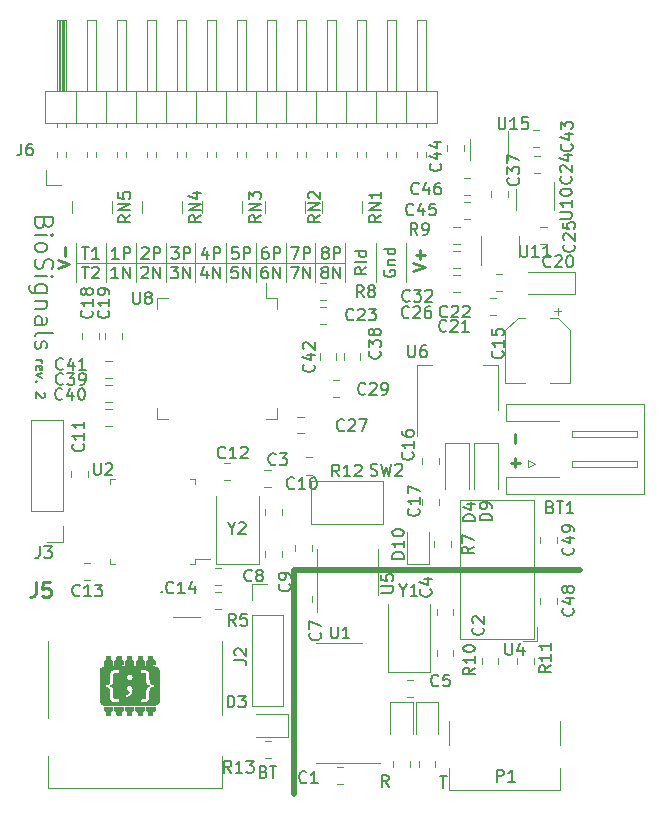
<source format=gbr>
%TF.GenerationSoftware,KiCad,Pcbnew,5.1.7-a382d34a8~88~ubuntu20.04.1*%
%TF.CreationDate,2021-01-11T19:53:58+01:00*%
%TF.ProjectId,BioElectricalSensor,42696f45-6c65-4637-9472-6963616c5365,rev?*%
%TF.SameCoordinates,Original*%
%TF.FileFunction,Legend,Top*%
%TF.FilePolarity,Positive*%
%FSLAX46Y46*%
G04 Gerber Fmt 4.6, Leading zero omitted, Abs format (unit mm)*
G04 Created by KiCad (PCBNEW 5.1.7-a382d34a8~88~ubuntu20.04.1) date 2021-01-11 19:53:58*
%MOMM*%
%LPD*%
G01*
G04 APERTURE LIST*
%ADD10C,0.250000*%
%ADD11C,0.150000*%
%ADD12C,0.500000*%
%ADD13C,0.200000*%
%ADD14C,0.120000*%
%ADD15C,0.100000*%
%ADD16C,0.010000*%
%ADD17C,0.254000*%
G04 APERTURE END LIST*
D10*
X102290571Y-55228952D02*
X102290571Y-54467047D01*
X101909619Y-54848000D02*
X102671523Y-54848000D01*
X102290571Y-53228952D02*
X102290571Y-52467047D01*
D11*
X80970476Y-81018071D02*
X81113333Y-81065690D01*
X81160952Y-81113309D01*
X81208571Y-81208547D01*
X81208571Y-81351404D01*
X81160952Y-81446642D01*
X81113333Y-81494261D01*
X81018095Y-81541880D01*
X80637142Y-81541880D01*
X80637142Y-80541880D01*
X80970476Y-80541880D01*
X81065714Y-80589500D01*
X81113333Y-80637119D01*
X81160952Y-80732357D01*
X81160952Y-80827595D01*
X81113333Y-80922833D01*
X81065714Y-80970452D01*
X80970476Y-81018071D01*
X80637142Y-81018071D01*
X81494285Y-80541880D02*
X82065714Y-80541880D01*
X81780000Y-81541880D02*
X81780000Y-80541880D01*
X95916785Y-81367380D02*
X96488214Y-81367380D01*
X96202500Y-82367380D02*
X96202500Y-81367380D01*
X91559023Y-82303880D02*
X91225690Y-81827690D01*
X90987595Y-82303880D02*
X90987595Y-81303880D01*
X91368547Y-81303880D01*
X91463785Y-81351500D01*
X91511404Y-81399119D01*
X91559023Y-81494357D01*
X91559023Y-81637214D01*
X91511404Y-81732452D01*
X91463785Y-81780071D01*
X91368547Y-81827690D01*
X90987595Y-81827690D01*
D12*
X83566000Y-63944500D02*
X107769660Y-63944500D01*
X83576160Y-82872580D02*
X83566000Y-63944500D01*
D13*
X89680040Y-38319341D02*
X89203850Y-38652675D01*
X89680040Y-38890770D02*
X88680040Y-38890770D01*
X88680040Y-38509818D01*
X88727660Y-38414580D01*
X88775279Y-38366960D01*
X88870517Y-38319341D01*
X89013374Y-38319341D01*
X89108612Y-38366960D01*
X89156231Y-38414580D01*
X89203850Y-38509818D01*
X89203850Y-38890770D01*
X89680040Y-37747913D02*
X89632421Y-37843151D01*
X89537183Y-37890770D01*
X88680040Y-37890770D01*
X89680040Y-36938389D02*
X88680040Y-36938389D01*
X89632421Y-36938389D02*
X89680040Y-37033627D01*
X89680040Y-37224103D01*
X89632421Y-37319341D01*
X89584802Y-37366960D01*
X89489564Y-37414580D01*
X89203850Y-37414580D01*
X89108612Y-37366960D01*
X89060993Y-37319341D01*
X89013374Y-37224103D01*
X89013374Y-37033627D01*
X89060993Y-36938389D01*
X86068612Y-38684532D02*
X85973374Y-38636913D01*
X85925755Y-38589294D01*
X85878136Y-38494056D01*
X85878136Y-38446437D01*
X85925755Y-38351199D01*
X85973374Y-38303580D01*
X86068612Y-38255960D01*
X86259088Y-38255960D01*
X86354326Y-38303580D01*
X86401945Y-38351199D01*
X86449564Y-38446437D01*
X86449564Y-38494056D01*
X86401945Y-38589294D01*
X86354326Y-38636913D01*
X86259088Y-38684532D01*
X86068612Y-38684532D01*
X85973374Y-38732151D01*
X85925755Y-38779770D01*
X85878136Y-38875008D01*
X85878136Y-39065484D01*
X85925755Y-39160722D01*
X85973374Y-39208341D01*
X86068612Y-39255960D01*
X86259088Y-39255960D01*
X86354326Y-39208341D01*
X86401945Y-39160722D01*
X86449564Y-39065484D01*
X86449564Y-38875008D01*
X86401945Y-38779770D01*
X86354326Y-38732151D01*
X86259088Y-38684532D01*
X86878136Y-39255960D02*
X86878136Y-38255960D01*
X87449564Y-39255960D01*
X87449564Y-38255960D01*
X83290517Y-38255960D02*
X83957183Y-38255960D01*
X83528612Y-39255960D01*
X84338136Y-39255960D02*
X84338136Y-38255960D01*
X84909564Y-39255960D01*
X84909564Y-38255960D01*
X81274326Y-38255960D02*
X81083850Y-38255960D01*
X80988612Y-38303580D01*
X80940993Y-38351199D01*
X80845755Y-38494056D01*
X80798136Y-38684532D01*
X80798136Y-39065484D01*
X80845755Y-39160722D01*
X80893374Y-39208341D01*
X80988612Y-39255960D01*
X81179088Y-39255960D01*
X81274326Y-39208341D01*
X81321945Y-39160722D01*
X81369564Y-39065484D01*
X81369564Y-38827389D01*
X81321945Y-38732151D01*
X81274326Y-38684532D01*
X81179088Y-38636913D01*
X80988612Y-38636913D01*
X80893374Y-38684532D01*
X80845755Y-38732151D01*
X80798136Y-38827389D01*
X81798136Y-39255960D02*
X81798136Y-38255960D01*
X82369564Y-39255960D01*
X82369564Y-38255960D01*
X78781945Y-38255960D02*
X78305755Y-38255960D01*
X78258136Y-38732151D01*
X78305755Y-38684532D01*
X78400993Y-38636913D01*
X78639088Y-38636913D01*
X78734326Y-38684532D01*
X78781945Y-38732151D01*
X78829564Y-38827389D01*
X78829564Y-39065484D01*
X78781945Y-39160722D01*
X78734326Y-39208341D01*
X78639088Y-39255960D01*
X78400993Y-39255960D01*
X78305755Y-39208341D01*
X78258136Y-39160722D01*
X79258136Y-39255960D02*
X79258136Y-38255960D01*
X79829564Y-39255960D01*
X79829564Y-38255960D01*
X76194326Y-38589294D02*
X76194326Y-39255960D01*
X75956231Y-38208341D02*
X75718136Y-38922627D01*
X76337183Y-38922627D01*
X76718136Y-39255960D02*
X76718136Y-38255960D01*
X77289564Y-39255960D01*
X77289564Y-38255960D01*
X73130517Y-38255960D02*
X73749564Y-38255960D01*
X73416231Y-38636913D01*
X73559088Y-38636913D01*
X73654326Y-38684532D01*
X73701945Y-38732151D01*
X73749564Y-38827389D01*
X73749564Y-39065484D01*
X73701945Y-39160722D01*
X73654326Y-39208341D01*
X73559088Y-39255960D01*
X73273374Y-39255960D01*
X73178136Y-39208341D01*
X73130517Y-39160722D01*
X74178136Y-39255960D02*
X74178136Y-38255960D01*
X74749564Y-39255960D01*
X74749564Y-38255960D01*
X70638136Y-38351199D02*
X70685755Y-38303580D01*
X70780993Y-38255960D01*
X71019088Y-38255960D01*
X71114326Y-38303580D01*
X71161945Y-38351199D01*
X71209564Y-38446437D01*
X71209564Y-38541675D01*
X71161945Y-38684532D01*
X70590517Y-39255960D01*
X71209564Y-39255960D01*
X71638136Y-39255960D02*
X71638136Y-38255960D01*
X72209564Y-39255960D01*
X72209564Y-38255960D01*
X68669564Y-39255960D02*
X68098136Y-39255960D01*
X68383850Y-39255960D02*
X68383850Y-38255960D01*
X68288612Y-38398818D01*
X68193374Y-38494056D01*
X68098136Y-38541675D01*
X69098136Y-39255960D02*
X69098136Y-38255960D01*
X69669564Y-39255960D01*
X69669564Y-38255960D01*
D14*
X93037660Y-36263580D02*
X93037660Y-39565580D01*
D10*
X93633040Y-38612960D02*
X94633040Y-38279627D01*
X93633040Y-37946294D01*
X94252088Y-37612960D02*
X94252088Y-36851056D01*
X94633040Y-37232008D02*
X93871136Y-37232008D01*
D13*
X91181660Y-38557437D02*
X91134040Y-38652675D01*
X91134040Y-38795532D01*
X91181660Y-38938389D01*
X91276898Y-39033627D01*
X91372136Y-39081246D01*
X91562612Y-39128865D01*
X91705469Y-39128865D01*
X91895945Y-39081246D01*
X91991183Y-39033627D01*
X92086421Y-38938389D01*
X92134040Y-38795532D01*
X92134040Y-38700294D01*
X92086421Y-38557437D01*
X92038802Y-38509818D01*
X91705469Y-38509818D01*
X91705469Y-38700294D01*
X91467374Y-38081246D02*
X92134040Y-38081246D01*
X91562612Y-38081246D02*
X91514993Y-38033627D01*
X91467374Y-37938389D01*
X91467374Y-37795532D01*
X91514993Y-37700294D01*
X91610231Y-37652675D01*
X92134040Y-37652675D01*
X92134040Y-36747913D02*
X91134040Y-36747913D01*
X92086421Y-36747913D02*
X92134040Y-36843151D01*
X92134040Y-37033627D01*
X92086421Y-37128865D01*
X92038802Y-37176484D01*
X91943564Y-37224103D01*
X91657850Y-37224103D01*
X91562612Y-37176484D01*
X91514993Y-37128865D01*
X91467374Y-37033627D01*
X91467374Y-36843151D01*
X91514993Y-36747913D01*
D14*
X90497660Y-36263580D02*
X90497660Y-39565580D01*
X87830660Y-36263580D02*
X87830660Y-39565580D01*
X85290660Y-36263580D02*
X85290660Y-39565580D01*
X82877660Y-36263580D02*
X82877660Y-39565580D01*
X80337660Y-36263580D02*
X80337660Y-39565580D01*
X77797660Y-36263580D02*
X77797660Y-39565580D01*
X75130660Y-36263580D02*
X75130660Y-39565580D01*
X72717660Y-36263580D02*
X72717660Y-39565580D01*
X70177660Y-36263580D02*
X70177660Y-39565580D01*
X67637660Y-36263580D02*
X67637660Y-39565580D01*
X65097660Y-36263580D02*
X65097660Y-39565580D01*
X65097660Y-37914580D02*
X87830660Y-37914580D01*
D13*
X86092421Y-37033532D02*
X85997183Y-36985913D01*
X85949564Y-36938294D01*
X85901945Y-36843056D01*
X85901945Y-36795437D01*
X85949564Y-36700199D01*
X85997183Y-36652580D01*
X86092421Y-36604960D01*
X86282898Y-36604960D01*
X86378136Y-36652580D01*
X86425755Y-36700199D01*
X86473374Y-36795437D01*
X86473374Y-36843056D01*
X86425755Y-36938294D01*
X86378136Y-36985913D01*
X86282898Y-37033532D01*
X86092421Y-37033532D01*
X85997183Y-37081151D01*
X85949564Y-37128770D01*
X85901945Y-37224008D01*
X85901945Y-37414484D01*
X85949564Y-37509722D01*
X85997183Y-37557341D01*
X86092421Y-37604960D01*
X86282898Y-37604960D01*
X86378136Y-37557341D01*
X86425755Y-37509722D01*
X86473374Y-37414484D01*
X86473374Y-37224008D01*
X86425755Y-37128770D01*
X86378136Y-37081151D01*
X86282898Y-37033532D01*
X86901945Y-37604960D02*
X86901945Y-36604960D01*
X87282898Y-36604960D01*
X87378136Y-36652580D01*
X87425755Y-36700199D01*
X87473374Y-36795437D01*
X87473374Y-36938294D01*
X87425755Y-37033532D01*
X87378136Y-37081151D01*
X87282898Y-37128770D01*
X86901945Y-37128770D01*
X83314326Y-36604960D02*
X83980993Y-36604960D01*
X83552421Y-37604960D01*
X84361945Y-37604960D02*
X84361945Y-36604960D01*
X84742898Y-36604960D01*
X84838136Y-36652580D01*
X84885755Y-36700199D01*
X84933374Y-36795437D01*
X84933374Y-36938294D01*
X84885755Y-37033532D01*
X84838136Y-37081151D01*
X84742898Y-37128770D01*
X84361945Y-37128770D01*
X81298136Y-36604960D02*
X81107660Y-36604960D01*
X81012421Y-36652580D01*
X80964802Y-36700199D01*
X80869564Y-36843056D01*
X80821945Y-37033532D01*
X80821945Y-37414484D01*
X80869564Y-37509722D01*
X80917183Y-37557341D01*
X81012421Y-37604960D01*
X81202898Y-37604960D01*
X81298136Y-37557341D01*
X81345755Y-37509722D01*
X81393374Y-37414484D01*
X81393374Y-37176389D01*
X81345755Y-37081151D01*
X81298136Y-37033532D01*
X81202898Y-36985913D01*
X81012421Y-36985913D01*
X80917183Y-37033532D01*
X80869564Y-37081151D01*
X80821945Y-37176389D01*
X81821945Y-37604960D02*
X81821945Y-36604960D01*
X82202898Y-36604960D01*
X82298136Y-36652580D01*
X82345755Y-36700199D01*
X82393374Y-36795437D01*
X82393374Y-36938294D01*
X82345755Y-37033532D01*
X82298136Y-37081151D01*
X82202898Y-37128770D01*
X81821945Y-37128770D01*
X78805755Y-36604960D02*
X78329564Y-36604960D01*
X78281945Y-37081151D01*
X78329564Y-37033532D01*
X78424802Y-36985913D01*
X78662898Y-36985913D01*
X78758136Y-37033532D01*
X78805755Y-37081151D01*
X78853374Y-37176389D01*
X78853374Y-37414484D01*
X78805755Y-37509722D01*
X78758136Y-37557341D01*
X78662898Y-37604960D01*
X78424802Y-37604960D01*
X78329564Y-37557341D01*
X78281945Y-37509722D01*
X79281945Y-37604960D02*
X79281945Y-36604960D01*
X79662898Y-36604960D01*
X79758136Y-36652580D01*
X79805755Y-36700199D01*
X79853374Y-36795437D01*
X79853374Y-36938294D01*
X79805755Y-37033532D01*
X79758136Y-37081151D01*
X79662898Y-37128770D01*
X79281945Y-37128770D01*
X76218136Y-36938294D02*
X76218136Y-37604960D01*
X75980040Y-36557341D02*
X75741945Y-37271627D01*
X76360993Y-37271627D01*
X76741945Y-37604960D02*
X76741945Y-36604960D01*
X77122898Y-36604960D01*
X77218136Y-36652580D01*
X77265755Y-36700199D01*
X77313374Y-36795437D01*
X77313374Y-36938294D01*
X77265755Y-37033532D01*
X77218136Y-37081151D01*
X77122898Y-37128770D01*
X76741945Y-37128770D01*
X73154326Y-36604960D02*
X73773374Y-36604960D01*
X73440040Y-36985913D01*
X73582898Y-36985913D01*
X73678136Y-37033532D01*
X73725755Y-37081151D01*
X73773374Y-37176389D01*
X73773374Y-37414484D01*
X73725755Y-37509722D01*
X73678136Y-37557341D01*
X73582898Y-37604960D01*
X73297183Y-37604960D01*
X73201945Y-37557341D01*
X73154326Y-37509722D01*
X74201945Y-37604960D02*
X74201945Y-36604960D01*
X74582898Y-36604960D01*
X74678136Y-36652580D01*
X74725755Y-36700199D01*
X74773374Y-36795437D01*
X74773374Y-36938294D01*
X74725755Y-37033532D01*
X74678136Y-37081151D01*
X74582898Y-37128770D01*
X74201945Y-37128770D01*
X70661945Y-36700199D02*
X70709564Y-36652580D01*
X70804802Y-36604960D01*
X71042898Y-36604960D01*
X71138136Y-36652580D01*
X71185755Y-36700199D01*
X71233374Y-36795437D01*
X71233374Y-36890675D01*
X71185755Y-37033532D01*
X70614326Y-37604960D01*
X71233374Y-37604960D01*
X71661945Y-37604960D02*
X71661945Y-36604960D01*
X72042898Y-36604960D01*
X72138136Y-36652580D01*
X72185755Y-36700199D01*
X72233374Y-36795437D01*
X72233374Y-36938294D01*
X72185755Y-37033532D01*
X72138136Y-37081151D01*
X72042898Y-37128770D01*
X71661945Y-37128770D01*
X68693374Y-37604960D02*
X68121945Y-37604960D01*
X68407660Y-37604960D02*
X68407660Y-36604960D01*
X68312421Y-36747818D01*
X68217183Y-36843056D01*
X68121945Y-36890675D01*
X69121945Y-37604960D02*
X69121945Y-36604960D01*
X69502898Y-36604960D01*
X69598136Y-36652580D01*
X69645755Y-36700199D01*
X69693374Y-36795437D01*
X69693374Y-36938294D01*
X69645755Y-37033532D01*
X69598136Y-37081151D01*
X69502898Y-37128770D01*
X69121945Y-37128770D01*
X65605755Y-38255960D02*
X66177183Y-38255960D01*
X65891469Y-39255960D02*
X65891469Y-38255960D01*
X66462898Y-38351199D02*
X66510517Y-38303580D01*
X66605755Y-38255960D01*
X66843850Y-38255960D01*
X66939088Y-38303580D01*
X66986707Y-38351199D01*
X67034326Y-38446437D01*
X67034326Y-38541675D01*
X66986707Y-38684532D01*
X66415279Y-39255960D01*
X67034326Y-39255960D01*
X65605755Y-36604960D02*
X66177183Y-36604960D01*
X65891469Y-37604960D02*
X65891469Y-36604960D01*
X67034326Y-37604960D02*
X66462898Y-37604960D01*
X66748612Y-37604960D02*
X66748612Y-36604960D01*
X66653374Y-36747818D01*
X66558136Y-36843056D01*
X66462898Y-36890675D01*
D10*
X63534040Y-38358960D02*
X64534040Y-38025627D01*
X63534040Y-37692294D01*
X64153088Y-37358960D02*
X64153088Y-36597056D01*
D11*
X61677595Y-46171047D02*
X62210928Y-46171047D01*
X62058547Y-46171047D02*
X62134738Y-46209142D01*
X62172833Y-46247238D01*
X62210928Y-46323428D01*
X62210928Y-46399619D01*
X61715690Y-46971047D02*
X61677595Y-46894857D01*
X61677595Y-46742476D01*
X61715690Y-46666285D01*
X61791880Y-46628190D01*
X62096642Y-46628190D01*
X62172833Y-46666285D01*
X62210928Y-46742476D01*
X62210928Y-46894857D01*
X62172833Y-46971047D01*
X62096642Y-47009142D01*
X62020452Y-47009142D01*
X61944261Y-46628190D01*
X62210928Y-47275809D02*
X61677595Y-47466285D01*
X62210928Y-47656761D01*
X61753785Y-47961523D02*
X61715690Y-47999619D01*
X61677595Y-47961523D01*
X61715690Y-47923428D01*
X61753785Y-47961523D01*
X61677595Y-47961523D01*
X62401404Y-48913904D02*
X62439500Y-48952000D01*
X62477595Y-49028190D01*
X62477595Y-49218666D01*
X62439500Y-49294857D01*
X62401404Y-49332952D01*
X62325214Y-49371047D01*
X62249023Y-49371047D01*
X62134738Y-49332952D01*
X61677595Y-48875809D01*
X61677595Y-49371047D01*
D13*
X62400642Y-34588285D02*
X62329214Y-34802571D01*
X62257785Y-34874000D01*
X62114928Y-34945428D01*
X61900642Y-34945428D01*
X61757785Y-34874000D01*
X61686357Y-34802571D01*
X61614928Y-34659714D01*
X61614928Y-34088285D01*
X63114928Y-34088285D01*
X63114928Y-34588285D01*
X63043500Y-34731142D01*
X62972071Y-34802571D01*
X62829214Y-34874000D01*
X62686357Y-34874000D01*
X62543500Y-34802571D01*
X62472071Y-34731142D01*
X62400642Y-34588285D01*
X62400642Y-34088285D01*
X61614928Y-35588285D02*
X62614928Y-35588285D01*
X63114928Y-35588285D02*
X63043500Y-35516857D01*
X62972071Y-35588285D01*
X63043500Y-35659714D01*
X63114928Y-35588285D01*
X62972071Y-35588285D01*
X61614928Y-36516857D02*
X61686357Y-36374000D01*
X61757785Y-36302571D01*
X61900642Y-36231142D01*
X62329214Y-36231142D01*
X62472071Y-36302571D01*
X62543500Y-36374000D01*
X62614928Y-36516857D01*
X62614928Y-36731142D01*
X62543500Y-36874000D01*
X62472071Y-36945428D01*
X62329214Y-37016857D01*
X61900642Y-37016857D01*
X61757785Y-36945428D01*
X61686357Y-36874000D01*
X61614928Y-36731142D01*
X61614928Y-36516857D01*
X61686357Y-37588285D02*
X61614928Y-37802571D01*
X61614928Y-38159714D01*
X61686357Y-38302571D01*
X61757785Y-38374000D01*
X61900642Y-38445428D01*
X62043500Y-38445428D01*
X62186357Y-38374000D01*
X62257785Y-38302571D01*
X62329214Y-38159714D01*
X62400642Y-37874000D01*
X62472071Y-37731142D01*
X62543500Y-37659714D01*
X62686357Y-37588285D01*
X62829214Y-37588285D01*
X62972071Y-37659714D01*
X63043500Y-37731142D01*
X63114928Y-37874000D01*
X63114928Y-38231142D01*
X63043500Y-38445428D01*
X61614928Y-39088285D02*
X62614928Y-39088285D01*
X63114928Y-39088285D02*
X63043500Y-39016857D01*
X62972071Y-39088285D01*
X63043500Y-39159714D01*
X63114928Y-39088285D01*
X62972071Y-39088285D01*
X62614928Y-40445428D02*
X61400642Y-40445428D01*
X61257785Y-40374000D01*
X61186357Y-40302571D01*
X61114928Y-40159714D01*
X61114928Y-39945428D01*
X61186357Y-39802571D01*
X61686357Y-40445428D02*
X61614928Y-40302571D01*
X61614928Y-40016857D01*
X61686357Y-39874000D01*
X61757785Y-39802571D01*
X61900642Y-39731142D01*
X62329214Y-39731142D01*
X62472071Y-39802571D01*
X62543500Y-39874000D01*
X62614928Y-40016857D01*
X62614928Y-40302571D01*
X62543500Y-40445428D01*
X62614928Y-41159714D02*
X61614928Y-41159714D01*
X62472071Y-41159714D02*
X62543500Y-41231142D01*
X62614928Y-41374000D01*
X62614928Y-41588285D01*
X62543500Y-41731142D01*
X62400642Y-41802571D01*
X61614928Y-41802571D01*
X61614928Y-43159714D02*
X62400642Y-43159714D01*
X62543500Y-43088285D01*
X62614928Y-42945428D01*
X62614928Y-42659714D01*
X62543500Y-42516857D01*
X61686357Y-43159714D02*
X61614928Y-43016857D01*
X61614928Y-42659714D01*
X61686357Y-42516857D01*
X61829214Y-42445428D01*
X61972071Y-42445428D01*
X62114928Y-42516857D01*
X62186357Y-42659714D01*
X62186357Y-43016857D01*
X62257785Y-43159714D01*
X61614928Y-44088285D02*
X61686357Y-43945428D01*
X61829214Y-43874000D01*
X63114928Y-43874000D01*
X61686357Y-44588285D02*
X61614928Y-44731142D01*
X61614928Y-45016857D01*
X61686357Y-45159714D01*
X61829214Y-45231142D01*
X61900642Y-45231142D01*
X62043500Y-45159714D01*
X62114928Y-45016857D01*
X62114928Y-44802571D01*
X62186357Y-44659714D01*
X62329214Y-44588285D01*
X62400642Y-44588285D01*
X62543500Y-44659714D01*
X62614928Y-44802571D01*
X62614928Y-45016857D01*
X62543500Y-45159714D01*
D14*
%TO.C,C15*%
X106188300Y-42031580D02*
X105563300Y-42031580D01*
X105875800Y-41719080D02*
X105875800Y-42344080D01*
X102495237Y-42584080D02*
X101430800Y-43648517D01*
X105886363Y-42584080D02*
X106950800Y-43648517D01*
X105886363Y-42584080D02*
X105250800Y-42584080D01*
X102495237Y-42584080D02*
X103130800Y-42584080D01*
X101430800Y-43648517D02*
X101430800Y-48104080D01*
X106950800Y-43648517D02*
X106950800Y-48104080D01*
X106950800Y-48104080D02*
X105250800Y-48104080D01*
X101430800Y-48104080D02*
X103130800Y-48104080D01*
%TO.C,C25*%
X104414582Y-34918580D02*
X104931738Y-34918580D01*
X104414582Y-36338580D02*
X104931738Y-36338580D01*
%TO.C,C43*%
X103813082Y-26727080D02*
X104330238Y-26727080D01*
X103813082Y-28147080D02*
X104330238Y-28147080D01*
%TO.C,C24*%
X104360238Y-30306080D02*
X103843082Y-30306080D01*
X104360238Y-28886080D02*
X103843082Y-28886080D01*
%TO.C,U10*%
X102347160Y-31701080D02*
X102347160Y-33501080D01*
X105567160Y-33501080D02*
X105567160Y-31051080D01*
%TO.C,D4*%
X98355660Y-53189580D02*
X96355660Y-53189580D01*
X96355660Y-53189580D02*
X96355660Y-57089580D01*
X98355660Y-53189580D02*
X98355660Y-57089580D01*
%TO.C,Y2*%
X76950160Y-57702080D02*
X76950160Y-63452080D01*
X76950160Y-63452080D02*
X80550160Y-63452080D01*
X80550160Y-63452080D02*
X80550160Y-57702080D01*
D15*
%TO.C,J5*%
X73314160Y-67939080D02*
X75564160Y-67939080D01*
X75564160Y-67939080D02*
X75564160Y-67939080D01*
X75564160Y-67939080D02*
X73314160Y-67939080D01*
X73314160Y-67939080D02*
X73314160Y-67939080D01*
X77489160Y-69939080D02*
X77489160Y-69939080D01*
X77489160Y-69939080D02*
X77489160Y-76189080D01*
X77489160Y-76189080D02*
X77489160Y-76189080D01*
X77489160Y-76189080D02*
X77489160Y-69939080D01*
X77489160Y-79689080D02*
X77489160Y-79689080D01*
X77489160Y-79689080D02*
X77489160Y-82439080D01*
X77489160Y-82439080D02*
X77489160Y-82439080D01*
X77489160Y-82439080D02*
X77489160Y-79689080D01*
X77489160Y-82439080D02*
X62739160Y-82439080D01*
X62739160Y-82439080D02*
X62739160Y-82439080D01*
X62739160Y-82439080D02*
X77489160Y-82439080D01*
X77489160Y-82439080D02*
X77489160Y-82439080D01*
X62739160Y-82439080D02*
X62739160Y-82439080D01*
X62739160Y-82439080D02*
X62739160Y-79689080D01*
X62739160Y-79689080D02*
X62739160Y-79689080D01*
X62739160Y-79689080D02*
X62739160Y-82439080D01*
X62739160Y-76439080D02*
X62739160Y-76439080D01*
X62739160Y-76439080D02*
X62739160Y-69939080D01*
X62739160Y-69939080D02*
X62739160Y-69939080D01*
X62739160Y-69939080D02*
X62739160Y-76439080D01*
D13*
X72314160Y-65789080D02*
X72314160Y-65789080D01*
X72414160Y-65789080D02*
X72414160Y-65789080D01*
X72314160Y-65789080D02*
X72314160Y-65789080D01*
X72414160Y-65789080D02*
G75*
G02*
X72314160Y-65789080I-50000J0D01*
G01*
X72314160Y-65789080D02*
G75*
G02*
X72414160Y-65789080I50000J0D01*
G01*
X72414160Y-65789080D02*
G75*
G02*
X72314160Y-65789080I-50000J0D01*
G01*
D14*
%TO.C,D9*%
X100832160Y-53189580D02*
X98832160Y-53189580D01*
X98832160Y-53189580D02*
X98832160Y-57089580D01*
X100832160Y-53189580D02*
X100832160Y-57089580D01*
%TO.C,C10*%
X82533160Y-58796328D02*
X82533160Y-59318832D01*
X81063160Y-58796328D02*
X81063160Y-59318832D01*
%TO.C,C8*%
X81063160Y-62811332D02*
X81063160Y-62288828D01*
X82533160Y-62811332D02*
X82533160Y-62288828D01*
%TO.C,BT1*%
X113193660Y-53682580D02*
X113193660Y-57492580D01*
X113193660Y-57492580D02*
X101473660Y-57492580D01*
X101473660Y-57492580D02*
X101473660Y-56072580D01*
X101473660Y-56072580D02*
X105973660Y-56072580D01*
X113193660Y-53682580D02*
X113193660Y-49872580D01*
X113193660Y-49872580D02*
X101473660Y-49872580D01*
X101473660Y-49872580D02*
X101473660Y-51292580D01*
X101473660Y-51292580D02*
X105973660Y-51292580D01*
X107083660Y-55182580D02*
X112583660Y-55182580D01*
X112583660Y-55182580D02*
X112583660Y-54682580D01*
X112583660Y-54682580D02*
X107083660Y-54682580D01*
X107083660Y-54682580D02*
X107083660Y-55182580D01*
X107083660Y-52682580D02*
X112583660Y-52682580D01*
X112583660Y-52682580D02*
X112583660Y-52182580D01*
X112583660Y-52182580D02*
X107083660Y-52182580D01*
X107083660Y-52182580D02*
X107083660Y-52682580D01*
X103983660Y-54932580D02*
X103383660Y-55232580D01*
X103383660Y-55232580D02*
X103383660Y-54632580D01*
X103383660Y-54632580D02*
X103983660Y-54932580D01*
%TO.C,C1*%
X87206082Y-80638580D02*
X87723238Y-80638580D01*
X87206082Y-82058580D02*
X87723238Y-82058580D01*
%TO.C,Y1*%
X91491660Y-66829080D02*
X91491660Y-72579080D01*
X91491660Y-72579080D02*
X95091660Y-72579080D01*
X95091660Y-72579080D02*
X95091660Y-66829080D01*
%TO.C,SW2*%
X91107660Y-60084580D02*
X84987660Y-60084580D01*
X84987660Y-60084580D02*
X84987660Y-56384580D01*
X84987660Y-56384580D02*
X91107660Y-56384580D01*
X91107660Y-56384580D02*
X91107660Y-60084580D01*
%TO.C,R13*%
X81116436Y-78386000D02*
X81570564Y-78386000D01*
X81116436Y-79856000D02*
X81570564Y-79856000D01*
%TO.C,R12*%
X84595596Y-54388080D02*
X85049724Y-54388080D01*
X84595596Y-55858080D02*
X85049724Y-55858080D01*
%TO.C,J2*%
X79960160Y-75439580D02*
X82620160Y-75439580D01*
X79960160Y-67759580D02*
X79960160Y-75439580D01*
X82620160Y-67759580D02*
X82620160Y-75439580D01*
X79960160Y-67759580D02*
X82620160Y-67759580D01*
X79960160Y-66489580D02*
X79960160Y-65159580D01*
X79960160Y-65159580D02*
X81290160Y-65159580D01*
%TO.C,D3*%
X80343500Y-78049000D02*
X83028500Y-78049000D01*
X83028500Y-78049000D02*
X83028500Y-76129000D01*
X83028500Y-76129000D02*
X80343500Y-76129000D01*
D16*
%TO.C,LOGO1*%
G36*
X71386480Y-71222577D02*
G01*
X71450400Y-71222638D01*
X71497391Y-71224308D01*
X71530052Y-71229809D01*
X71550984Y-71241367D01*
X71562785Y-71261208D01*
X71568056Y-71291557D01*
X71569396Y-71334637D01*
X71569384Y-71379127D01*
X71569384Y-71505262D01*
X71662446Y-71580113D01*
X71755507Y-71654964D01*
X71752811Y-71797789D01*
X71750115Y-71940615D01*
X71391096Y-71943178D01*
X71032077Y-71945740D01*
X71032098Y-71796639D01*
X71032120Y-71647538D01*
X71119615Y-71579153D01*
X71207110Y-71510769D01*
X71207516Y-71386211D01*
X71207847Y-71328428D01*
X71210166Y-71286140D01*
X71217116Y-71256931D01*
X71231338Y-71238384D01*
X71255475Y-71228086D01*
X71292168Y-71223620D01*
X71344058Y-71222571D01*
X71386480Y-71222577D01*
G37*
X71386480Y-71222577D02*
X71450400Y-71222638D01*
X71497391Y-71224308D01*
X71530052Y-71229809D01*
X71550984Y-71241367D01*
X71562785Y-71261208D01*
X71568056Y-71291557D01*
X71569396Y-71334637D01*
X71569384Y-71379127D01*
X71569384Y-71505262D01*
X71662446Y-71580113D01*
X71755507Y-71654964D01*
X71752811Y-71797789D01*
X71750115Y-71940615D01*
X71391096Y-71943178D01*
X71032077Y-71945740D01*
X71032098Y-71796639D01*
X71032120Y-71647538D01*
X71119615Y-71579153D01*
X71207110Y-71510769D01*
X71207516Y-71386211D01*
X71207847Y-71328428D01*
X71210166Y-71286140D01*
X71217116Y-71256931D01*
X71231338Y-71238384D01*
X71255475Y-71228086D01*
X71292168Y-71223620D01*
X71344058Y-71222571D01*
X71386480Y-71222577D01*
G36*
X70660137Y-71248317D02*
G01*
X70668829Y-71261398D01*
X70674635Y-71277070D01*
X70678121Y-71299352D01*
X70679851Y-71332261D01*
X70680391Y-71379816D01*
X70680406Y-71392413D01*
X70680428Y-71510769D01*
X70767923Y-71579153D01*
X70855418Y-71647538D01*
X70856230Y-71945500D01*
X70133307Y-71945500D01*
X70133714Y-71796519D01*
X70134120Y-71647538D01*
X70221615Y-71579153D01*
X70309109Y-71510769D01*
X70309131Y-71392413D01*
X70309488Y-71341164D01*
X70310913Y-71305429D01*
X70313972Y-71281190D01*
X70319228Y-71264429D01*
X70327249Y-71251128D01*
X70329401Y-71248317D01*
X70349648Y-71222577D01*
X70639889Y-71222577D01*
X70660137Y-71248317D01*
G37*
X70660137Y-71248317D02*
X70668829Y-71261398D01*
X70674635Y-71277070D01*
X70678121Y-71299352D01*
X70679851Y-71332261D01*
X70680391Y-71379816D01*
X70680406Y-71392413D01*
X70680428Y-71510769D01*
X70767923Y-71579153D01*
X70855418Y-71647538D01*
X70856230Y-71945500D01*
X70133307Y-71945500D01*
X70133714Y-71796519D01*
X70134120Y-71647538D01*
X70221615Y-71579153D01*
X70309109Y-71510769D01*
X70309131Y-71392413D01*
X70309488Y-71341164D01*
X70310913Y-71305429D01*
X70313972Y-71281190D01*
X70319228Y-71264429D01*
X70327249Y-71251128D01*
X70329401Y-71248317D01*
X70349648Y-71222577D01*
X70639889Y-71222577D01*
X70660137Y-71248317D01*
G36*
X69600884Y-71222577D02*
G01*
X69664368Y-71222650D01*
X69710938Y-71224383D01*
X69743210Y-71230042D01*
X69763800Y-71241894D01*
X69775323Y-71262206D01*
X69780395Y-71293245D01*
X69781631Y-71337279D01*
X69781615Y-71379230D01*
X69781615Y-71505468D01*
X69957461Y-71646268D01*
X69957461Y-71945500D01*
X69602512Y-71945500D01*
X69521088Y-71945326D01*
X69445887Y-71944833D01*
X69379132Y-71944060D01*
X69323046Y-71943047D01*
X69279852Y-71941835D01*
X69251774Y-71940462D01*
X69241051Y-71938987D01*
X69238716Y-71927368D01*
X69236752Y-71899899D01*
X69235324Y-71860267D01*
X69234596Y-71812162D01*
X69234538Y-71793515D01*
X69234538Y-71654555D01*
X69327346Y-71579909D01*
X69420153Y-71505262D01*
X69420153Y-71379127D01*
X69420239Y-71324137D01*
X69422240Y-71283798D01*
X69428772Y-71255844D01*
X69442450Y-71238008D01*
X69465890Y-71228027D01*
X69501708Y-71223634D01*
X69552519Y-71222563D01*
X69600884Y-71222577D01*
G37*
X69600884Y-71222577D02*
X69664368Y-71222650D01*
X69710938Y-71224383D01*
X69743210Y-71230042D01*
X69763800Y-71241894D01*
X69775323Y-71262206D01*
X69780395Y-71293245D01*
X69781631Y-71337279D01*
X69781615Y-71379230D01*
X69781615Y-71505468D01*
X69957461Y-71646268D01*
X69957461Y-71945500D01*
X69602512Y-71945500D01*
X69521088Y-71945326D01*
X69445887Y-71944833D01*
X69379132Y-71944060D01*
X69323046Y-71943047D01*
X69279852Y-71941835D01*
X69251774Y-71940462D01*
X69241051Y-71938987D01*
X69238716Y-71927368D01*
X69236752Y-71899899D01*
X69235324Y-71860267D01*
X69234596Y-71812162D01*
X69234538Y-71793515D01*
X69234538Y-71654555D01*
X69327346Y-71579909D01*
X69420153Y-71505262D01*
X69420153Y-71379127D01*
X69420239Y-71324137D01*
X69422240Y-71283798D01*
X69428772Y-71255844D01*
X69442450Y-71238008D01*
X69465890Y-71228027D01*
X69501708Y-71223634D01*
X69552519Y-71222563D01*
X69600884Y-71222577D01*
G36*
X68769037Y-71222668D02*
G01*
X68815731Y-71224537D01*
X68848237Y-71230571D01*
X68869226Y-71243158D01*
X68881369Y-71264689D01*
X68887336Y-71297551D01*
X68889799Y-71344133D01*
X68890925Y-71388443D01*
X68894120Y-71513244D01*
X68981549Y-71583248D01*
X69068979Y-71653253D01*
X69063577Y-71940615D01*
X68704557Y-71943178D01*
X68345538Y-71945740D01*
X68345944Y-71796639D01*
X68346351Y-71647538D01*
X68433845Y-71579153D01*
X68521340Y-71510769D01*
X68521362Y-71386211D01*
X68521477Y-71329192D01*
X68523525Y-71287228D01*
X68530101Y-71258015D01*
X68543796Y-71239248D01*
X68567204Y-71228623D01*
X68602918Y-71223836D01*
X68653529Y-71222583D01*
X68705485Y-71222577D01*
X68769037Y-71222668D01*
G37*
X68769037Y-71222668D02*
X68815731Y-71224537D01*
X68848237Y-71230571D01*
X68869226Y-71243158D01*
X68881369Y-71264689D01*
X68887336Y-71297551D01*
X68889799Y-71344133D01*
X68890925Y-71388443D01*
X68894120Y-71513244D01*
X68981549Y-71583248D01*
X69068979Y-71653253D01*
X69063577Y-71940615D01*
X68704557Y-71943178D01*
X68345538Y-71945740D01*
X68345944Y-71796639D01*
X68346351Y-71647538D01*
X68433845Y-71579153D01*
X68521340Y-71510769D01*
X68521362Y-71386211D01*
X68521477Y-71329192D01*
X68523525Y-71287228D01*
X68530101Y-71258015D01*
X68543796Y-71239248D01*
X68567204Y-71228623D01*
X68602918Y-71223836D01*
X68653529Y-71222583D01*
X68705485Y-71222577D01*
X68769037Y-71222668D01*
G36*
X67811442Y-71222577D02*
G01*
X67875224Y-71222680D01*
X67922090Y-71224550D01*
X67954651Y-71230525D01*
X67975520Y-71242944D01*
X67987311Y-71264146D01*
X67992635Y-71296470D01*
X67994107Y-71342253D01*
X67994252Y-71386211D01*
X67994658Y-71510769D01*
X68082153Y-71579153D01*
X68169648Y-71647538D01*
X68169692Y-71945500D01*
X67814743Y-71945500D01*
X67733319Y-71945326D01*
X67658118Y-71944833D01*
X67591363Y-71944060D01*
X67535277Y-71943047D01*
X67492083Y-71941835D01*
X67464005Y-71940462D01*
X67453282Y-71938987D01*
X67450953Y-71927372D01*
X67448992Y-71899897D01*
X67447564Y-71860237D01*
X67446831Y-71812069D01*
X67446769Y-71792759D01*
X67446769Y-71653045D01*
X67539577Y-71578398D01*
X67632384Y-71503751D01*
X67632384Y-71379332D01*
X67632407Y-71324036D01*
X67634227Y-71283536D01*
X67640468Y-71255533D01*
X67653754Y-71237729D01*
X67676712Y-71227827D01*
X67711965Y-71223528D01*
X67762139Y-71222536D01*
X67811442Y-71222577D01*
G37*
X67811442Y-71222577D02*
X67875224Y-71222680D01*
X67922090Y-71224550D01*
X67954651Y-71230525D01*
X67975520Y-71242944D01*
X67987311Y-71264146D01*
X67992635Y-71296470D01*
X67994107Y-71342253D01*
X67994252Y-71386211D01*
X67994658Y-71510769D01*
X68082153Y-71579153D01*
X68169648Y-71647538D01*
X68169692Y-71945500D01*
X67814743Y-71945500D01*
X67733319Y-71945326D01*
X67658118Y-71944833D01*
X67591363Y-71944060D01*
X67535277Y-71943047D01*
X67492083Y-71941835D01*
X67464005Y-71940462D01*
X67453282Y-71938987D01*
X67450953Y-71927372D01*
X67448992Y-71899897D01*
X67447564Y-71860237D01*
X67446831Y-71812069D01*
X67446769Y-71792759D01*
X67446769Y-71653045D01*
X67539577Y-71578398D01*
X67632384Y-71503751D01*
X67632384Y-71379332D01*
X67632407Y-71324036D01*
X67634227Y-71283536D01*
X67640468Y-71255533D01*
X67653754Y-71237729D01*
X67676712Y-71227827D01*
X67711965Y-71223528D01*
X67762139Y-71222536D01*
X67811442Y-71222577D01*
G36*
X69790075Y-72101117D02*
G01*
X69970348Y-72101231D01*
X70148367Y-72101418D01*
X70323040Y-72101678D01*
X70493279Y-72102010D01*
X70657993Y-72102415D01*
X70816094Y-72102893D01*
X70966492Y-72103444D01*
X71108096Y-72104067D01*
X71239817Y-72104764D01*
X71360566Y-72105532D01*
X71469252Y-72106374D01*
X71564787Y-72107289D01*
X71646080Y-72108276D01*
X71712042Y-72109336D01*
X71761583Y-72110469D01*
X71793613Y-72111674D01*
X71806329Y-72112770D01*
X71883386Y-72137741D01*
X71952983Y-72178913D01*
X72012110Y-72233746D01*
X72057760Y-72299699D01*
X72076476Y-72340967D01*
X72097194Y-72396342D01*
X72092038Y-75076538D01*
X72066390Y-75130269D01*
X72021464Y-75202766D01*
X71963091Y-75261504D01*
X71892762Y-75305312D01*
X71811972Y-75333021D01*
X71805807Y-75334361D01*
X71789679Y-75335689D01*
X71755145Y-75336929D01*
X71703290Y-75338081D01*
X71635198Y-75339146D01*
X71551954Y-75340123D01*
X71454642Y-75341015D01*
X71344347Y-75341822D01*
X71222152Y-75342544D01*
X71089143Y-75343182D01*
X70946403Y-75343738D01*
X70795018Y-75344211D01*
X70636071Y-75344602D01*
X70470647Y-75344913D01*
X70299831Y-75345143D01*
X70124706Y-75345294D01*
X69946357Y-75345366D01*
X69765869Y-75345361D01*
X69584325Y-75345278D01*
X69402811Y-75345118D01*
X69222411Y-75344883D01*
X69044209Y-75344572D01*
X68869289Y-75344188D01*
X68698737Y-75343729D01*
X68533635Y-75343198D01*
X68375070Y-75342594D01*
X68224124Y-75341919D01*
X68081883Y-75341173D01*
X67949431Y-75340357D01*
X67827853Y-75339472D01*
X67718232Y-75338518D01*
X67621653Y-75337497D01*
X67539201Y-75336408D01*
X67471960Y-75335253D01*
X67421014Y-75334032D01*
X67387448Y-75332746D01*
X67372399Y-75331408D01*
X67295887Y-75303315D01*
X67227638Y-75259422D01*
X67170594Y-75202307D01*
X67127696Y-75134546D01*
X67115659Y-75106394D01*
X67112750Y-75098447D01*
X67110129Y-75090281D01*
X67107781Y-75080886D01*
X67105691Y-75069257D01*
X67103843Y-75054384D01*
X67102223Y-75035261D01*
X67100817Y-75010880D01*
X67099608Y-74980232D01*
X67098582Y-74942310D01*
X67097724Y-74896107D01*
X67097019Y-74840615D01*
X67096451Y-74774826D01*
X67096007Y-74697732D01*
X67095670Y-74608326D01*
X67095427Y-74505599D01*
X67095261Y-74388545D01*
X67095158Y-74256155D01*
X67095103Y-74107422D01*
X67095081Y-73941338D01*
X67095077Y-73756895D01*
X67095077Y-73723500D01*
X67095078Y-73578555D01*
X67524923Y-73578555D01*
X67524923Y-73878214D01*
X67646361Y-73881453D01*
X67705284Y-73883886D01*
X67748660Y-73888562D01*
X67780465Y-73896989D01*
X67804676Y-73910676D01*
X67825269Y-73931130D01*
X67843852Y-73956358D01*
X67855004Y-73976061D01*
X67864118Y-74000551D01*
X67871377Y-74031796D01*
X67876966Y-74071765D01*
X67881069Y-74122426D01*
X67883870Y-74185749D01*
X67885553Y-74263701D01*
X67886302Y-74358252D01*
X67886384Y-74411000D01*
X67886611Y-74504095D01*
X67887358Y-74580085D01*
X67888724Y-74641398D01*
X67890811Y-74690466D01*
X67893719Y-74729715D01*
X67897546Y-74761575D01*
X67901819Y-74785738D01*
X67926564Y-74873151D01*
X67962170Y-74945586D01*
X68009679Y-75003904D01*
X68070134Y-75048968D01*
X68144578Y-75081637D01*
X68234051Y-75102775D01*
X68294358Y-75110189D01*
X68333701Y-75112847D01*
X68387071Y-75115272D01*
X68448954Y-75117276D01*
X68513839Y-75118667D01*
X68553134Y-75119137D01*
X68726538Y-75120500D01*
X68726538Y-74817653D01*
X68572673Y-74817420D01*
X68492981Y-74816407D01*
X68430158Y-74813094D01*
X68381592Y-74806668D01*
X68344670Y-74796316D01*
X68316780Y-74781223D01*
X68295308Y-74760577D01*
X68277642Y-74733563D01*
X68272640Y-74723988D01*
X68267295Y-74711946D01*
X68262942Y-74697840D01*
X68259420Y-74679448D01*
X68256570Y-74654548D01*
X68254233Y-74620917D01*
X68252248Y-74576332D01*
X68250456Y-74518571D01*
X68248947Y-74455793D01*
X69178995Y-74455793D01*
X69203615Y-74581242D01*
X69228235Y-74706690D01*
X69280083Y-74698560D01*
X69315658Y-74691383D01*
X69360404Y-74680162D01*
X69405027Y-74667240D01*
X69407792Y-74666368D01*
X69496772Y-74631378D01*
X69577683Y-74584430D01*
X69655295Y-74522539D01*
X69689046Y-74490384D01*
X69761884Y-74406547D01*
X69816496Y-74317736D01*
X69853537Y-74222260D01*
X69873661Y-74118426D01*
X69877522Y-74004542D01*
X69877467Y-74002985D01*
X69872044Y-73929830D01*
X69860682Y-73871497D01*
X69841993Y-73823811D01*
X69814594Y-73782594D01*
X69798211Y-73764163D01*
X69746010Y-73723122D01*
X69684594Y-73696692D01*
X69617847Y-73684986D01*
X69549654Y-73688119D01*
X69483899Y-73706203D01*
X69424465Y-73739354D01*
X69407909Y-73752728D01*
X69364030Y-73799129D01*
X69335828Y-73849227D01*
X69321312Y-73907687D01*
X69318211Y-73962846D01*
X69319585Y-74007570D01*
X69324375Y-74040595D01*
X69334166Y-74069673D01*
X69344440Y-74091051D01*
X69377762Y-74140962D01*
X69420634Y-74183985D01*
X69468764Y-74216992D01*
X69517856Y-74236857D01*
X69550729Y-74241269D01*
X69564567Y-74247315D01*
X69563096Y-74265398D01*
X69546336Y-74295440D01*
X69534942Y-74311336D01*
X69495016Y-74350657D01*
X69439435Y-74385142D01*
X69371853Y-74412931D01*
X69298038Y-74431781D01*
X69258573Y-74439222D01*
X69224531Y-74445845D01*
X69202139Y-74450435D01*
X69199440Y-74451041D01*
X69178995Y-74455793D01*
X68248947Y-74455793D01*
X68248697Y-74445413D01*
X68247085Y-74368269D01*
X68245089Y-74276685D01*
X68243070Y-74202389D01*
X68240886Y-74143127D01*
X68238394Y-74096648D01*
X68235452Y-74060701D01*
X68231919Y-74033034D01*
X68227653Y-74011395D01*
X68223655Y-73997038D01*
X68199868Y-73932725D01*
X68172915Y-73882502D01*
X68139782Y-73840919D01*
X68134029Y-73835026D01*
X68105493Y-73811578D01*
X68068146Y-73787643D01*
X68027789Y-73766250D01*
X67990225Y-73750427D01*
X67961255Y-73743202D01*
X67957788Y-73743046D01*
X67936619Y-73740432D01*
X67933207Y-73733502D01*
X67946607Y-73723592D01*
X67975870Y-73712036D01*
X67980884Y-73710454D01*
X68058539Y-73677619D01*
X68122593Y-73630930D01*
X68173470Y-73569960D01*
X68211594Y-73494283D01*
X68220199Y-73469914D01*
X68226012Y-73450545D01*
X68230737Y-73430374D01*
X68234545Y-73406984D01*
X68237607Y-73377959D01*
X68240096Y-73340884D01*
X68242183Y-73293343D01*
X68244038Y-73232919D01*
X68245833Y-73157196D01*
X68247251Y-73088500D01*
X68248781Y-73016476D01*
X69320781Y-73016476D01*
X69335075Y-73088362D01*
X69365048Y-73151274D01*
X69409656Y-73203409D01*
X69467859Y-73242966D01*
X69509770Y-73260207D01*
X69559115Y-73269462D01*
X69617074Y-73270080D01*
X69674996Y-73262567D01*
X69723653Y-73247685D01*
X69785428Y-73211019D01*
X69834262Y-73162388D01*
X69860394Y-73120135D01*
X69874068Y-73078055D01*
X69881951Y-73025356D01*
X69883828Y-72969175D01*
X69879483Y-72916649D01*
X69868703Y-72874915D01*
X69867828Y-72872866D01*
X69831931Y-72814478D01*
X69782474Y-72767522D01*
X69722658Y-72733385D01*
X69655680Y-72713451D01*
X69584739Y-72709106D01*
X69516517Y-72720699D01*
X69448522Y-72749499D01*
X69393532Y-72791810D01*
X69352946Y-72846065D01*
X69328160Y-72910697D01*
X69323207Y-72937420D01*
X69320781Y-73016476D01*
X68248781Y-73016476D01*
X68249241Y-72994851D01*
X68251319Y-72918614D01*
X68253799Y-72857662D01*
X68256998Y-72809869D01*
X68261231Y-72773109D01*
X68266814Y-72745256D01*
X68274061Y-72724184D01*
X68283290Y-72707766D01*
X68294814Y-72693878D01*
X68307644Y-72681571D01*
X68328164Y-72666699D01*
X68354286Y-72655557D01*
X68388806Y-72647689D01*
X68434519Y-72642638D01*
X68494221Y-72639950D01*
X68567788Y-72639169D01*
X68726538Y-72639115D01*
X68726538Y-72637252D01*
X70475230Y-72637252D01*
X70653519Y-72640833D01*
X70720208Y-72642476D01*
X70770381Y-72644551D01*
X70807059Y-72647356D01*
X70833263Y-72651188D01*
X70852014Y-72656344D01*
X70863465Y-72661507D01*
X70886498Y-72676387D01*
X70905352Y-72695057D01*
X70920425Y-72719464D01*
X70932114Y-72751555D01*
X70940817Y-72793276D01*
X70946931Y-72846576D01*
X70950852Y-72913400D01*
X70952980Y-72995695D01*
X70953709Y-73095410D01*
X70953719Y-73103802D01*
X70954163Y-73196953D01*
X70955537Y-73273270D01*
X70958155Y-73335446D01*
X70962329Y-73386174D01*
X70968369Y-73428149D01*
X70976590Y-73464064D01*
X70987302Y-73496614D01*
X71000818Y-73528491D01*
X71003615Y-73534454D01*
X71043515Y-73596598D01*
X71097795Y-73648552D01*
X71162698Y-73687390D01*
X71227461Y-73708791D01*
X71257140Y-73716171D01*
X71268199Y-73722853D01*
X71260504Y-73730375D01*
X71233917Y-73740276D01*
X71224423Y-73743266D01*
X71143599Y-73776483D01*
X71077822Y-73821737D01*
X71026243Y-73879704D01*
X71002102Y-73920192D01*
X70988495Y-73950148D01*
X70977616Y-73982628D01*
X70969184Y-74020130D01*
X70962917Y-74065156D01*
X70958534Y-74120207D01*
X70955753Y-74187783D01*
X70954294Y-74270384D01*
X70953889Y-74348730D01*
X70953201Y-74450394D01*
X70951195Y-74534473D01*
X70947482Y-74602899D01*
X70941669Y-74657602D01*
X70933365Y-74700515D01*
X70922180Y-74733568D01*
X70907720Y-74758694D01*
X70889596Y-74777824D01*
X70867416Y-74792889D01*
X70863465Y-74795051D01*
X70848144Y-74801421D01*
X70827303Y-74806270D01*
X70797955Y-74809894D01*
X70757110Y-74812589D01*
X70701781Y-74814652D01*
X70653519Y-74815863D01*
X70475230Y-74819796D01*
X70475230Y-75120500D01*
X70633980Y-75120248D01*
X70697506Y-75119522D01*
X70763373Y-75117701D01*
X70825055Y-75115033D01*
X70876028Y-75111766D01*
X70890227Y-75110517D01*
X70980469Y-75098043D01*
X71055080Y-75079076D01*
X71117246Y-75052389D01*
X71170151Y-75016755D01*
X71197004Y-74992350D01*
X71221792Y-74966302D01*
X71242605Y-74940653D01*
X71259822Y-74913433D01*
X71273827Y-74882674D01*
X71285000Y-74846408D01*
X71293723Y-74802666D01*
X71300376Y-74749479D01*
X71305342Y-74684879D01*
X71309002Y-74606897D01*
X71311738Y-74513564D01*
X71313930Y-74402912D01*
X71314189Y-74387508D01*
X71320269Y-74020863D01*
X71344956Y-73972316D01*
X71366671Y-73937115D01*
X71392775Y-73911686D01*
X71426556Y-73894654D01*
X71471305Y-73884648D01*
X71530309Y-73880294D01*
X71566570Y-73879807D01*
X71676846Y-73879807D01*
X71676846Y-73576961D01*
X71566570Y-73576961D01*
X71498961Y-73574940D01*
X71447301Y-73567967D01*
X71408333Y-73554680D01*
X71378801Y-73533718D01*
X71355446Y-73503717D01*
X71344692Y-73484153D01*
X71338447Y-73471353D01*
X71333335Y-73459020D01*
X71329207Y-73445085D01*
X71325911Y-73427476D01*
X71323296Y-73404123D01*
X71321210Y-73372954D01*
X71319504Y-73331898D01*
X71318025Y-73278885D01*
X71316624Y-73211844D01*
X71315148Y-73128703D01*
X71314062Y-73064077D01*
X71312189Y-72960391D01*
X71310193Y-72874081D01*
X71307831Y-72802982D01*
X71304863Y-72744932D01*
X71301048Y-72697768D01*
X71296144Y-72659327D01*
X71289911Y-72627445D01*
X71282107Y-72599960D01*
X71272492Y-72574707D01*
X71260823Y-72549526D01*
X71255531Y-72538997D01*
X71222481Y-72490356D01*
X71176435Y-72444358D01*
X71123643Y-72407002D01*
X71110751Y-72400033D01*
X71075896Y-72383776D01*
X71040662Y-72370838D01*
X71002110Y-72360773D01*
X70957299Y-72353139D01*
X70903288Y-72347490D01*
X70837138Y-72343383D01*
X70755907Y-72340375D01*
X70707250Y-72339109D01*
X70475230Y-72333672D01*
X70475230Y-72637252D01*
X68726538Y-72637252D01*
X68726538Y-72333554D01*
X68489634Y-72339158D01*
X68398495Y-72341809D01*
X68324045Y-72345290D01*
X68263439Y-72350018D01*
X68213833Y-72356414D01*
X68172382Y-72364895D01*
X68136241Y-72375880D01*
X68102565Y-72389788D01*
X68084024Y-72398855D01*
X68025073Y-72439568D01*
X67974497Y-72495790D01*
X67934193Y-72564595D01*
X67906054Y-72643061D01*
X67896658Y-72687961D01*
X67894116Y-72713676D01*
X67891794Y-72755912D01*
X67889774Y-72811654D01*
X67888141Y-72877886D01*
X67886979Y-72951591D01*
X67886372Y-73029752D01*
X67886305Y-73059192D01*
X67885919Y-73162953D01*
X67884678Y-73249186D01*
X67882211Y-73319894D01*
X67878144Y-73377081D01*
X67872105Y-73422750D01*
X67863723Y-73458907D01*
X67852624Y-73487553D01*
X67838436Y-73510694D01*
X67820788Y-73530334D01*
X67799306Y-73548475D01*
X67794738Y-73551934D01*
X67780621Y-73560654D01*
X67763064Y-73566718D01*
X67738104Y-73570749D01*
X67701775Y-73573373D01*
X67650116Y-73575214D01*
X67646361Y-73575316D01*
X67524923Y-73578555D01*
X67095078Y-73578555D01*
X67095079Y-73535822D01*
X67095097Y-73366675D01*
X67095145Y-73215051D01*
X67095239Y-73079942D01*
X67095393Y-72960341D01*
X67095622Y-72855240D01*
X67095942Y-72763631D01*
X67096367Y-72684507D01*
X67096912Y-72616859D01*
X67097593Y-72559680D01*
X67098424Y-72511962D01*
X67099420Y-72472698D01*
X67100597Y-72440880D01*
X67101969Y-72415500D01*
X67103551Y-72395551D01*
X67105358Y-72380024D01*
X67107406Y-72367912D01*
X67109709Y-72358208D01*
X67112283Y-72349903D01*
X67115142Y-72341989D01*
X67115659Y-72340605D01*
X67152258Y-72269736D01*
X67204057Y-72208444D01*
X67268016Y-72159293D01*
X67341101Y-72124844D01*
X67385670Y-72112770D01*
X67401753Y-72111502D01*
X67436285Y-72110307D01*
X67488176Y-72109184D01*
X67556336Y-72108134D01*
X67639675Y-72107157D01*
X67737105Y-72106253D01*
X67847535Y-72105421D01*
X67969875Y-72104662D01*
X68103037Y-72103976D01*
X68245930Y-72103363D01*
X68397464Y-72102822D01*
X68556550Y-72102354D01*
X68722099Y-72101959D01*
X68893020Y-72101637D01*
X69068224Y-72101387D01*
X69246621Y-72101211D01*
X69427122Y-72101107D01*
X69608636Y-72101075D01*
X69790075Y-72101117D01*
G37*
X69790075Y-72101117D02*
X69970348Y-72101231D01*
X70148367Y-72101418D01*
X70323040Y-72101678D01*
X70493279Y-72102010D01*
X70657993Y-72102415D01*
X70816094Y-72102893D01*
X70966492Y-72103444D01*
X71108096Y-72104067D01*
X71239817Y-72104764D01*
X71360566Y-72105532D01*
X71469252Y-72106374D01*
X71564787Y-72107289D01*
X71646080Y-72108276D01*
X71712042Y-72109336D01*
X71761583Y-72110469D01*
X71793613Y-72111674D01*
X71806329Y-72112770D01*
X71883386Y-72137741D01*
X71952983Y-72178913D01*
X72012110Y-72233746D01*
X72057760Y-72299699D01*
X72076476Y-72340967D01*
X72097194Y-72396342D01*
X72092038Y-75076538D01*
X72066390Y-75130269D01*
X72021464Y-75202766D01*
X71963091Y-75261504D01*
X71892762Y-75305312D01*
X71811972Y-75333021D01*
X71805807Y-75334361D01*
X71789679Y-75335689D01*
X71755145Y-75336929D01*
X71703290Y-75338081D01*
X71635198Y-75339146D01*
X71551954Y-75340123D01*
X71454642Y-75341015D01*
X71344347Y-75341822D01*
X71222152Y-75342544D01*
X71089143Y-75343182D01*
X70946403Y-75343738D01*
X70795018Y-75344211D01*
X70636071Y-75344602D01*
X70470647Y-75344913D01*
X70299831Y-75345143D01*
X70124706Y-75345294D01*
X69946357Y-75345366D01*
X69765869Y-75345361D01*
X69584325Y-75345278D01*
X69402811Y-75345118D01*
X69222411Y-75344883D01*
X69044209Y-75344572D01*
X68869289Y-75344188D01*
X68698737Y-75343729D01*
X68533635Y-75343198D01*
X68375070Y-75342594D01*
X68224124Y-75341919D01*
X68081883Y-75341173D01*
X67949431Y-75340357D01*
X67827853Y-75339472D01*
X67718232Y-75338518D01*
X67621653Y-75337497D01*
X67539201Y-75336408D01*
X67471960Y-75335253D01*
X67421014Y-75334032D01*
X67387448Y-75332746D01*
X67372399Y-75331408D01*
X67295887Y-75303315D01*
X67227638Y-75259422D01*
X67170594Y-75202307D01*
X67127696Y-75134546D01*
X67115659Y-75106394D01*
X67112750Y-75098447D01*
X67110129Y-75090281D01*
X67107781Y-75080886D01*
X67105691Y-75069257D01*
X67103843Y-75054384D01*
X67102223Y-75035261D01*
X67100817Y-75010880D01*
X67099608Y-74980232D01*
X67098582Y-74942310D01*
X67097724Y-74896107D01*
X67097019Y-74840615D01*
X67096451Y-74774826D01*
X67096007Y-74697732D01*
X67095670Y-74608326D01*
X67095427Y-74505599D01*
X67095261Y-74388545D01*
X67095158Y-74256155D01*
X67095103Y-74107422D01*
X67095081Y-73941338D01*
X67095077Y-73756895D01*
X67095077Y-73723500D01*
X67095078Y-73578555D01*
X67524923Y-73578555D01*
X67524923Y-73878214D01*
X67646361Y-73881453D01*
X67705284Y-73883886D01*
X67748660Y-73888562D01*
X67780465Y-73896989D01*
X67804676Y-73910676D01*
X67825269Y-73931130D01*
X67843852Y-73956358D01*
X67855004Y-73976061D01*
X67864118Y-74000551D01*
X67871377Y-74031796D01*
X67876966Y-74071765D01*
X67881069Y-74122426D01*
X67883870Y-74185749D01*
X67885553Y-74263701D01*
X67886302Y-74358252D01*
X67886384Y-74411000D01*
X67886611Y-74504095D01*
X67887358Y-74580085D01*
X67888724Y-74641398D01*
X67890811Y-74690466D01*
X67893719Y-74729715D01*
X67897546Y-74761575D01*
X67901819Y-74785738D01*
X67926564Y-74873151D01*
X67962170Y-74945586D01*
X68009679Y-75003904D01*
X68070134Y-75048968D01*
X68144578Y-75081637D01*
X68234051Y-75102775D01*
X68294358Y-75110189D01*
X68333701Y-75112847D01*
X68387071Y-75115272D01*
X68448954Y-75117276D01*
X68513839Y-75118667D01*
X68553134Y-75119137D01*
X68726538Y-75120500D01*
X68726538Y-74817653D01*
X68572673Y-74817420D01*
X68492981Y-74816407D01*
X68430158Y-74813094D01*
X68381592Y-74806668D01*
X68344670Y-74796316D01*
X68316780Y-74781223D01*
X68295308Y-74760577D01*
X68277642Y-74733563D01*
X68272640Y-74723988D01*
X68267295Y-74711946D01*
X68262942Y-74697840D01*
X68259420Y-74679448D01*
X68256570Y-74654548D01*
X68254233Y-74620917D01*
X68252248Y-74576332D01*
X68250456Y-74518571D01*
X68248947Y-74455793D01*
X69178995Y-74455793D01*
X69203615Y-74581242D01*
X69228235Y-74706690D01*
X69280083Y-74698560D01*
X69315658Y-74691383D01*
X69360404Y-74680162D01*
X69405027Y-74667240D01*
X69407792Y-74666368D01*
X69496772Y-74631378D01*
X69577683Y-74584430D01*
X69655295Y-74522539D01*
X69689046Y-74490384D01*
X69761884Y-74406547D01*
X69816496Y-74317736D01*
X69853537Y-74222260D01*
X69873661Y-74118426D01*
X69877522Y-74004542D01*
X69877467Y-74002985D01*
X69872044Y-73929830D01*
X69860682Y-73871497D01*
X69841993Y-73823811D01*
X69814594Y-73782594D01*
X69798211Y-73764163D01*
X69746010Y-73723122D01*
X69684594Y-73696692D01*
X69617847Y-73684986D01*
X69549654Y-73688119D01*
X69483899Y-73706203D01*
X69424465Y-73739354D01*
X69407909Y-73752728D01*
X69364030Y-73799129D01*
X69335828Y-73849227D01*
X69321312Y-73907687D01*
X69318211Y-73962846D01*
X69319585Y-74007570D01*
X69324375Y-74040595D01*
X69334166Y-74069673D01*
X69344440Y-74091051D01*
X69377762Y-74140962D01*
X69420634Y-74183985D01*
X69468764Y-74216992D01*
X69517856Y-74236857D01*
X69550729Y-74241269D01*
X69564567Y-74247315D01*
X69563096Y-74265398D01*
X69546336Y-74295440D01*
X69534942Y-74311336D01*
X69495016Y-74350657D01*
X69439435Y-74385142D01*
X69371853Y-74412931D01*
X69298038Y-74431781D01*
X69258573Y-74439222D01*
X69224531Y-74445845D01*
X69202139Y-74450435D01*
X69199440Y-74451041D01*
X69178995Y-74455793D01*
X68248947Y-74455793D01*
X68248697Y-74445413D01*
X68247085Y-74368269D01*
X68245089Y-74276685D01*
X68243070Y-74202389D01*
X68240886Y-74143127D01*
X68238394Y-74096648D01*
X68235452Y-74060701D01*
X68231919Y-74033034D01*
X68227653Y-74011395D01*
X68223655Y-73997038D01*
X68199868Y-73932725D01*
X68172915Y-73882502D01*
X68139782Y-73840919D01*
X68134029Y-73835026D01*
X68105493Y-73811578D01*
X68068146Y-73787643D01*
X68027789Y-73766250D01*
X67990225Y-73750427D01*
X67961255Y-73743202D01*
X67957788Y-73743046D01*
X67936619Y-73740432D01*
X67933207Y-73733502D01*
X67946607Y-73723592D01*
X67975870Y-73712036D01*
X67980884Y-73710454D01*
X68058539Y-73677619D01*
X68122593Y-73630930D01*
X68173470Y-73569960D01*
X68211594Y-73494283D01*
X68220199Y-73469914D01*
X68226012Y-73450545D01*
X68230737Y-73430374D01*
X68234545Y-73406984D01*
X68237607Y-73377959D01*
X68240096Y-73340884D01*
X68242183Y-73293343D01*
X68244038Y-73232919D01*
X68245833Y-73157196D01*
X68247251Y-73088500D01*
X68248781Y-73016476D01*
X69320781Y-73016476D01*
X69335075Y-73088362D01*
X69365048Y-73151274D01*
X69409656Y-73203409D01*
X69467859Y-73242966D01*
X69509770Y-73260207D01*
X69559115Y-73269462D01*
X69617074Y-73270080D01*
X69674996Y-73262567D01*
X69723653Y-73247685D01*
X69785428Y-73211019D01*
X69834262Y-73162388D01*
X69860394Y-73120135D01*
X69874068Y-73078055D01*
X69881951Y-73025356D01*
X69883828Y-72969175D01*
X69879483Y-72916649D01*
X69868703Y-72874915D01*
X69867828Y-72872866D01*
X69831931Y-72814478D01*
X69782474Y-72767522D01*
X69722658Y-72733385D01*
X69655680Y-72713451D01*
X69584739Y-72709106D01*
X69516517Y-72720699D01*
X69448522Y-72749499D01*
X69393532Y-72791810D01*
X69352946Y-72846065D01*
X69328160Y-72910697D01*
X69323207Y-72937420D01*
X69320781Y-73016476D01*
X68248781Y-73016476D01*
X68249241Y-72994851D01*
X68251319Y-72918614D01*
X68253799Y-72857662D01*
X68256998Y-72809869D01*
X68261231Y-72773109D01*
X68266814Y-72745256D01*
X68274061Y-72724184D01*
X68283290Y-72707766D01*
X68294814Y-72693878D01*
X68307644Y-72681571D01*
X68328164Y-72666699D01*
X68354286Y-72655557D01*
X68388806Y-72647689D01*
X68434519Y-72642638D01*
X68494221Y-72639950D01*
X68567788Y-72639169D01*
X68726538Y-72639115D01*
X68726538Y-72637252D01*
X70475230Y-72637252D01*
X70653519Y-72640833D01*
X70720208Y-72642476D01*
X70770381Y-72644551D01*
X70807059Y-72647356D01*
X70833263Y-72651188D01*
X70852014Y-72656344D01*
X70863465Y-72661507D01*
X70886498Y-72676387D01*
X70905352Y-72695057D01*
X70920425Y-72719464D01*
X70932114Y-72751555D01*
X70940817Y-72793276D01*
X70946931Y-72846576D01*
X70950852Y-72913400D01*
X70952980Y-72995695D01*
X70953709Y-73095410D01*
X70953719Y-73103802D01*
X70954163Y-73196953D01*
X70955537Y-73273270D01*
X70958155Y-73335446D01*
X70962329Y-73386174D01*
X70968369Y-73428149D01*
X70976590Y-73464064D01*
X70987302Y-73496614D01*
X71000818Y-73528491D01*
X71003615Y-73534454D01*
X71043515Y-73596598D01*
X71097795Y-73648552D01*
X71162698Y-73687390D01*
X71227461Y-73708791D01*
X71257140Y-73716171D01*
X71268199Y-73722853D01*
X71260504Y-73730375D01*
X71233917Y-73740276D01*
X71224423Y-73743266D01*
X71143599Y-73776483D01*
X71077822Y-73821737D01*
X71026243Y-73879704D01*
X71002102Y-73920192D01*
X70988495Y-73950148D01*
X70977616Y-73982628D01*
X70969184Y-74020130D01*
X70962917Y-74065156D01*
X70958534Y-74120207D01*
X70955753Y-74187783D01*
X70954294Y-74270384D01*
X70953889Y-74348730D01*
X70953201Y-74450394D01*
X70951195Y-74534473D01*
X70947482Y-74602899D01*
X70941669Y-74657602D01*
X70933365Y-74700515D01*
X70922180Y-74733568D01*
X70907720Y-74758694D01*
X70889596Y-74777824D01*
X70867416Y-74792889D01*
X70863465Y-74795051D01*
X70848144Y-74801421D01*
X70827303Y-74806270D01*
X70797955Y-74809894D01*
X70757110Y-74812589D01*
X70701781Y-74814652D01*
X70653519Y-74815863D01*
X70475230Y-74819796D01*
X70475230Y-75120500D01*
X70633980Y-75120248D01*
X70697506Y-75119522D01*
X70763373Y-75117701D01*
X70825055Y-75115033D01*
X70876028Y-75111766D01*
X70890227Y-75110517D01*
X70980469Y-75098043D01*
X71055080Y-75079076D01*
X71117246Y-75052389D01*
X71170151Y-75016755D01*
X71197004Y-74992350D01*
X71221792Y-74966302D01*
X71242605Y-74940653D01*
X71259822Y-74913433D01*
X71273827Y-74882674D01*
X71285000Y-74846408D01*
X71293723Y-74802666D01*
X71300376Y-74749479D01*
X71305342Y-74684879D01*
X71309002Y-74606897D01*
X71311738Y-74513564D01*
X71313930Y-74402912D01*
X71314189Y-74387508D01*
X71320269Y-74020863D01*
X71344956Y-73972316D01*
X71366671Y-73937115D01*
X71392775Y-73911686D01*
X71426556Y-73894654D01*
X71471305Y-73884648D01*
X71530309Y-73880294D01*
X71566570Y-73879807D01*
X71676846Y-73879807D01*
X71676846Y-73576961D01*
X71566570Y-73576961D01*
X71498961Y-73574940D01*
X71447301Y-73567967D01*
X71408333Y-73554680D01*
X71378801Y-73533718D01*
X71355446Y-73503717D01*
X71344692Y-73484153D01*
X71338447Y-73471353D01*
X71333335Y-73459020D01*
X71329207Y-73445085D01*
X71325911Y-73427476D01*
X71323296Y-73404123D01*
X71321210Y-73372954D01*
X71319504Y-73331898D01*
X71318025Y-73278885D01*
X71316624Y-73211844D01*
X71315148Y-73128703D01*
X71314062Y-73064077D01*
X71312189Y-72960391D01*
X71310193Y-72874081D01*
X71307831Y-72802982D01*
X71304863Y-72744932D01*
X71301048Y-72697768D01*
X71296144Y-72659327D01*
X71289911Y-72627445D01*
X71282107Y-72599960D01*
X71272492Y-72574707D01*
X71260823Y-72549526D01*
X71255531Y-72538997D01*
X71222481Y-72490356D01*
X71176435Y-72444358D01*
X71123643Y-72407002D01*
X71110751Y-72400033D01*
X71075896Y-72383776D01*
X71040662Y-72370838D01*
X71002110Y-72360773D01*
X70957299Y-72353139D01*
X70903288Y-72347490D01*
X70837138Y-72343383D01*
X70755907Y-72340375D01*
X70707250Y-72339109D01*
X70475230Y-72333672D01*
X70475230Y-72637252D01*
X68726538Y-72637252D01*
X68726538Y-72333554D01*
X68489634Y-72339158D01*
X68398495Y-72341809D01*
X68324045Y-72345290D01*
X68263439Y-72350018D01*
X68213833Y-72356414D01*
X68172382Y-72364895D01*
X68136241Y-72375880D01*
X68102565Y-72389788D01*
X68084024Y-72398855D01*
X68025073Y-72439568D01*
X67974497Y-72495790D01*
X67934193Y-72564595D01*
X67906054Y-72643061D01*
X67896658Y-72687961D01*
X67894116Y-72713676D01*
X67891794Y-72755912D01*
X67889774Y-72811654D01*
X67888141Y-72877886D01*
X67886979Y-72951591D01*
X67886372Y-73029752D01*
X67886305Y-73059192D01*
X67885919Y-73162953D01*
X67884678Y-73249186D01*
X67882211Y-73319894D01*
X67878144Y-73377081D01*
X67872105Y-73422750D01*
X67863723Y-73458907D01*
X67852624Y-73487553D01*
X67838436Y-73510694D01*
X67820788Y-73530334D01*
X67799306Y-73548475D01*
X67794738Y-73551934D01*
X67780621Y-73560654D01*
X67763064Y-73566718D01*
X67738104Y-73570749D01*
X67701775Y-73573373D01*
X67650116Y-73575214D01*
X67646361Y-73575316D01*
X67524923Y-73578555D01*
X67095078Y-73578555D01*
X67095079Y-73535822D01*
X67095097Y-73366675D01*
X67095145Y-73215051D01*
X67095239Y-73079942D01*
X67095393Y-72960341D01*
X67095622Y-72855240D01*
X67095942Y-72763631D01*
X67096367Y-72684507D01*
X67096912Y-72616859D01*
X67097593Y-72559680D01*
X67098424Y-72511962D01*
X67099420Y-72472698D01*
X67100597Y-72440880D01*
X67101969Y-72415500D01*
X67103551Y-72395551D01*
X67105358Y-72380024D01*
X67107406Y-72367912D01*
X67109709Y-72358208D01*
X67112283Y-72349903D01*
X67115142Y-72341989D01*
X67115659Y-72340605D01*
X67152258Y-72269736D01*
X67204057Y-72208444D01*
X67268016Y-72159293D01*
X67341101Y-72124844D01*
X67385670Y-72112770D01*
X67401753Y-72111502D01*
X67436285Y-72110307D01*
X67488176Y-72109184D01*
X67556336Y-72108134D01*
X67639675Y-72107157D01*
X67737105Y-72106253D01*
X67847535Y-72105421D01*
X67969875Y-72104662D01*
X68103037Y-72103976D01*
X68245930Y-72103363D01*
X68397464Y-72102822D01*
X68556550Y-72102354D01*
X68722099Y-72101959D01*
X68893020Y-72101637D01*
X69068224Y-72101387D01*
X69246621Y-72101211D01*
X69427122Y-72101107D01*
X69608636Y-72101075D01*
X69790075Y-72101117D01*
G36*
X71381327Y-75503822D02*
G01*
X71740346Y-75506384D01*
X71743046Y-75649962D01*
X71745747Y-75793539D01*
X71652681Y-75868393D01*
X71559615Y-75943248D01*
X71559615Y-76068627D01*
X71559538Y-76123073D01*
X71557573Y-76163098D01*
X71551121Y-76190918D01*
X71537583Y-76208746D01*
X71514357Y-76218799D01*
X71478844Y-76223289D01*
X71428445Y-76224431D01*
X71376710Y-76224423D01*
X71321111Y-76224193D01*
X71281625Y-76223223D01*
X71254829Y-76221093D01*
X71237303Y-76217382D01*
X71225622Y-76211670D01*
X71217692Y-76204884D01*
X71209519Y-76194827D01*
X71203959Y-76181504D01*
X71200504Y-76161236D01*
X71198644Y-76130347D01*
X71197871Y-76085159D01*
X71197747Y-76060788D01*
X71197341Y-75936230D01*
X71109846Y-75867846D01*
X71022351Y-75799461D01*
X71022307Y-75501259D01*
X71381327Y-75503822D01*
G37*
X71381327Y-75503822D02*
X71740346Y-75506384D01*
X71743046Y-75649962D01*
X71745747Y-75793539D01*
X71652681Y-75868393D01*
X71559615Y-75943248D01*
X71559615Y-76068627D01*
X71559538Y-76123073D01*
X71557573Y-76163098D01*
X71551121Y-76190918D01*
X71537583Y-76208746D01*
X71514357Y-76218799D01*
X71478844Y-76223289D01*
X71428445Y-76224431D01*
X71376710Y-76224423D01*
X71321111Y-76224193D01*
X71281625Y-76223223D01*
X71254829Y-76221093D01*
X71237303Y-76217382D01*
X71225622Y-76211670D01*
X71217692Y-76204884D01*
X71209519Y-76194827D01*
X71203959Y-76181504D01*
X71200504Y-76161236D01*
X71198644Y-76130347D01*
X71197871Y-76085159D01*
X71197747Y-76060788D01*
X71197341Y-75936230D01*
X71109846Y-75867846D01*
X71022351Y-75799461D01*
X71022307Y-75501259D01*
X71381327Y-75503822D01*
G36*
X70845649Y-75799461D02*
G01*
X70758154Y-75867846D01*
X70670659Y-75936230D01*
X70670637Y-76060788D01*
X70670523Y-76117807D01*
X70668474Y-76159771D01*
X70661898Y-76188984D01*
X70648203Y-76207751D01*
X70624795Y-76218376D01*
X70589082Y-76223163D01*
X70538470Y-76224416D01*
X70486514Y-76224423D01*
X70430012Y-76224240D01*
X70389724Y-76223416D01*
X70362325Y-76221531D01*
X70344491Y-76218170D01*
X70332899Y-76212914D01*
X70324223Y-76205348D01*
X70322879Y-76203890D01*
X70314918Y-76192513D01*
X70309320Y-76176526D01*
X70305536Y-76152285D01*
X70303022Y-76116145D01*
X70301228Y-76064461D01*
X70301074Y-76058557D01*
X70297879Y-75933756D01*
X70210450Y-75863751D01*
X70123020Y-75793746D01*
X70125722Y-75650065D01*
X70128423Y-75506384D01*
X70487442Y-75503822D01*
X70846461Y-75501259D01*
X70845649Y-75799461D01*
G37*
X70845649Y-75799461D02*
X70758154Y-75867846D01*
X70670659Y-75936230D01*
X70670637Y-76060788D01*
X70670523Y-76117807D01*
X70668474Y-76159771D01*
X70661898Y-76188984D01*
X70648203Y-76207751D01*
X70624795Y-76218376D01*
X70589082Y-76223163D01*
X70538470Y-76224416D01*
X70486514Y-76224423D01*
X70430012Y-76224240D01*
X70389724Y-76223416D01*
X70362325Y-76221531D01*
X70344491Y-76218170D01*
X70332899Y-76212914D01*
X70324223Y-76205348D01*
X70322879Y-76203890D01*
X70314918Y-76192513D01*
X70309320Y-76176526D01*
X70305536Y-76152285D01*
X70303022Y-76116145D01*
X70301228Y-76064461D01*
X70301074Y-76058557D01*
X70297879Y-75933756D01*
X70210450Y-75863751D01*
X70123020Y-75793746D01*
X70125722Y-75650065D01*
X70128423Y-75506384D01*
X70487442Y-75503822D01*
X70846461Y-75501259D01*
X70845649Y-75799461D01*
G36*
X69593557Y-75503822D02*
G01*
X69952577Y-75506384D01*
X69955273Y-75649210D01*
X69957969Y-75792035D01*
X69864907Y-75866886D01*
X69771846Y-75941737D01*
X69771846Y-76067872D01*
X69771760Y-76122862D01*
X69769759Y-76163201D01*
X69763227Y-76191156D01*
X69749549Y-76208991D01*
X69726109Y-76218972D01*
X69690291Y-76223366D01*
X69639480Y-76224437D01*
X69591115Y-76224423D01*
X69532600Y-76223956D01*
X69490421Y-76222355D01*
X69461395Y-76219313D01*
X69442338Y-76214527D01*
X69432096Y-76209215D01*
X69423181Y-76201844D01*
X69417108Y-76192109D01*
X69413335Y-76176472D01*
X69411319Y-76151398D01*
X69410517Y-76113352D01*
X69410384Y-76067769D01*
X69410384Y-75941531D01*
X69234538Y-75800731D01*
X69234538Y-75501259D01*
X69593557Y-75503822D01*
G37*
X69593557Y-75503822D02*
X69952577Y-75506384D01*
X69955273Y-75649210D01*
X69957969Y-75792035D01*
X69864907Y-75866886D01*
X69771846Y-75941737D01*
X69771846Y-76067872D01*
X69771760Y-76122862D01*
X69769759Y-76163201D01*
X69763227Y-76191156D01*
X69749549Y-76208991D01*
X69726109Y-76218972D01*
X69690291Y-76223366D01*
X69639480Y-76224437D01*
X69591115Y-76224423D01*
X69532600Y-76223956D01*
X69490421Y-76222355D01*
X69461395Y-76219313D01*
X69442338Y-76214527D01*
X69432096Y-76209215D01*
X69423181Y-76201844D01*
X69417108Y-76192109D01*
X69413335Y-76176472D01*
X69411319Y-76151398D01*
X69410517Y-76113352D01*
X69410384Y-76067769D01*
X69410384Y-75941531D01*
X69234538Y-75800731D01*
X69234538Y-75501259D01*
X69593557Y-75503822D01*
G36*
X69058286Y-75650480D02*
G01*
X69057879Y-75799461D01*
X68970384Y-75867846D01*
X68882890Y-75936230D01*
X68882868Y-76054586D01*
X68882511Y-76105835D01*
X68881086Y-76141571D01*
X68878028Y-76165810D01*
X68872771Y-76182571D01*
X68864751Y-76195871D01*
X68862598Y-76198682D01*
X68842351Y-76224423D01*
X68552110Y-76224423D01*
X68531862Y-76198682D01*
X68523170Y-76185601D01*
X68517364Y-76169929D01*
X68513878Y-76147647D01*
X68512148Y-76114738D01*
X68511608Y-76067183D01*
X68511593Y-76054586D01*
X68511571Y-75936230D01*
X68424076Y-75867846D01*
X68336581Y-75799461D01*
X68336175Y-75650480D01*
X68335769Y-75501500D01*
X69058692Y-75501500D01*
X69058286Y-75650480D01*
G37*
X69058286Y-75650480D02*
X69057879Y-75799461D01*
X68970384Y-75867846D01*
X68882890Y-75936230D01*
X68882868Y-76054586D01*
X68882511Y-76105835D01*
X68881086Y-76141571D01*
X68878028Y-76165810D01*
X68872771Y-76182571D01*
X68864751Y-76195871D01*
X68862598Y-76198682D01*
X68842351Y-76224423D01*
X68552110Y-76224423D01*
X68531862Y-76198682D01*
X68523170Y-76185601D01*
X68517364Y-76169929D01*
X68513878Y-76147647D01*
X68512148Y-76114738D01*
X68511608Y-76067183D01*
X68511593Y-76054586D01*
X68511571Y-75936230D01*
X68424076Y-75867846D01*
X68336581Y-75799461D01*
X68336175Y-75650480D01*
X68335769Y-75501500D01*
X69058692Y-75501500D01*
X69058286Y-75650480D01*
G36*
X68159879Y-75799461D02*
G01*
X68072384Y-75867846D01*
X67984889Y-75936230D01*
X67984483Y-76060788D01*
X67984153Y-76118571D01*
X67981833Y-76160859D01*
X67974883Y-76190069D01*
X67960661Y-76208615D01*
X67936524Y-76218913D01*
X67899832Y-76223379D01*
X67847941Y-76224429D01*
X67805519Y-76224423D01*
X67746590Y-76223971D01*
X67704022Y-76222416D01*
X67674656Y-76219460D01*
X67655329Y-76214806D01*
X67644327Y-76209215D01*
X67635409Y-76201841D01*
X67629335Y-76192100D01*
X67625562Y-76176455D01*
X67623547Y-76151368D01*
X67622747Y-76113302D01*
X67622615Y-76067872D01*
X67622615Y-75941737D01*
X67529553Y-75866886D01*
X67436492Y-75792035D01*
X67439188Y-75649210D01*
X67441884Y-75506384D01*
X67800903Y-75503822D01*
X68159923Y-75501259D01*
X68159879Y-75799461D01*
G37*
X68159879Y-75799461D02*
X68072384Y-75867846D01*
X67984889Y-75936230D01*
X67984483Y-76060788D01*
X67984153Y-76118571D01*
X67981833Y-76160859D01*
X67974883Y-76190069D01*
X67960661Y-76208615D01*
X67936524Y-76218913D01*
X67899832Y-76223379D01*
X67847941Y-76224429D01*
X67805519Y-76224423D01*
X67746590Y-76223971D01*
X67704022Y-76222416D01*
X67674656Y-76219460D01*
X67655329Y-76214806D01*
X67644327Y-76209215D01*
X67635409Y-76201841D01*
X67629335Y-76192100D01*
X67625562Y-76176455D01*
X67623547Y-76151368D01*
X67622747Y-76113302D01*
X67622615Y-76067872D01*
X67622615Y-75941737D01*
X67529553Y-75866886D01*
X67436492Y-75792035D01*
X67439188Y-75649210D01*
X67441884Y-75506384D01*
X67800903Y-75503822D01*
X68159923Y-75501259D01*
X68159879Y-75799461D01*
D14*
%TO.C,R5*%
X77342738Y-65779580D02*
X76825582Y-65779580D01*
X77342738Y-67199580D02*
X76825582Y-67199580D01*
%TO.C,C20*%
X107312320Y-38714400D02*
X103402320Y-38714400D01*
X107312320Y-40584400D02*
X107312320Y-38714400D01*
X103402320Y-40584400D02*
X107312320Y-40584400D01*
%TO.C,C17*%
X94392680Y-57927742D02*
X94392680Y-58444898D01*
X95812680Y-57927742D02*
X95812680Y-58444898D01*
%TO.C,C49*%
X105805040Y-61148462D02*
X105805040Y-61665618D01*
X104385040Y-61148462D02*
X104385040Y-61665618D01*
%TO.C,C48*%
X105820280Y-66274182D02*
X105820280Y-66791338D01*
X104400280Y-66274182D02*
X104400280Y-66791338D01*
%TO.C,R11*%
X103844160Y-71940158D02*
X103844160Y-71423002D01*
X102424160Y-71940158D02*
X102424160Y-71423002D01*
%TO.C,R10*%
X100859660Y-71940158D02*
X100859660Y-71423002D01*
X99439660Y-71940158D02*
X99439660Y-71423002D01*
%TO.C,P1*%
X96691660Y-82562580D02*
X106091660Y-82562580D01*
X106091660Y-76762580D02*
X106091660Y-78762580D01*
X106091660Y-80662580D02*
X106091660Y-82562580D01*
X96691660Y-76762580D02*
X96691660Y-78762580D01*
X96691660Y-80662580D02*
X96691660Y-82562580D01*
%TO.C,RN2*%
X81127660Y-33726580D02*
X81127660Y-32726580D01*
X84487660Y-33726580D02*
X84487660Y-32726580D01*
%TO.C,RN3*%
X75793660Y-33726580D02*
X75793660Y-32726580D01*
X79153660Y-33726580D02*
X79153660Y-32726580D01*
%TO.C,RN1*%
X85953660Y-33704580D02*
X85953660Y-32704580D01*
X89313660Y-33704580D02*
X89313660Y-32704580D01*
%TO.C,RN4*%
X70713660Y-33726580D02*
X70713660Y-32726580D01*
X74073660Y-33726580D02*
X74073660Y-32726580D01*
%TO.C,RN5*%
X64744660Y-33726580D02*
X64744660Y-32726580D01*
X68104660Y-33726580D02*
X68104660Y-32726580D01*
%TO.C,C39*%
X68101738Y-49673580D02*
X67584582Y-49673580D01*
X68101738Y-48253580D02*
X67584582Y-48253580D01*
%TO.C,U15*%
X98478660Y-27446580D02*
X98478660Y-29246580D01*
X101698660Y-29246580D02*
X101698660Y-26796580D01*
%TO.C,U11*%
X102585160Y-37481080D02*
X102585160Y-35681080D01*
X99365160Y-35681080D02*
X99365160Y-38131080D01*
%TO.C,U8*%
X71925660Y-50202580D02*
X71925660Y-51152580D01*
X71925660Y-51152580D02*
X72875660Y-51152580D01*
X71925660Y-41882580D02*
X71925660Y-40932580D01*
X71925660Y-40932580D02*
X72875660Y-40932580D01*
X82145660Y-50202580D02*
X82145660Y-51152580D01*
X82145660Y-51152580D02*
X81195660Y-51152580D01*
X82145660Y-41882580D02*
X82145660Y-40932580D01*
X82145660Y-40932580D02*
X81195660Y-40932580D01*
X81195660Y-40932580D02*
X81195660Y-39642580D01*
%TO.C,U6*%
X100793600Y-46614160D02*
X99533600Y-46614160D01*
X93973600Y-46614160D02*
X95233600Y-46614160D01*
X100793600Y-50374160D02*
X100793600Y-46614160D01*
X93973600Y-52624160D02*
X93973600Y-46614160D01*
%TO.C,U5*%
X90644660Y-64076580D02*
X90644660Y-62126580D01*
X90644660Y-64076580D02*
X90644660Y-66026580D01*
X85524660Y-64076580D02*
X85524660Y-62126580D01*
X85524660Y-64076580D02*
X85524660Y-67526580D01*
%TO.C,U4*%
X97571720Y-69771160D02*
X97571720Y-58001160D01*
X97571720Y-69771160D02*
X103911720Y-69771160D01*
X103911720Y-69771160D02*
X103911720Y-58001160D01*
X97571720Y-58001160D02*
X103911720Y-58001160D01*
X102911720Y-69971160D02*
X104111720Y-69971160D01*
X104111720Y-69971160D02*
X104111720Y-68771160D01*
%TO.C,U2*%
X68414660Y-56212080D02*
X67964660Y-56212080D01*
X67964660Y-56212080D02*
X67964660Y-56662080D01*
X74734660Y-56212080D02*
X75184660Y-56212080D01*
X75184660Y-56212080D02*
X75184660Y-56662080D01*
X68414660Y-63432080D02*
X67964660Y-63432080D01*
X67964660Y-63432080D02*
X67964660Y-62982080D01*
X74734660Y-63432080D02*
X75184660Y-63432080D01*
X75184660Y-63432080D02*
X75184660Y-62982080D01*
X75184660Y-62982080D02*
X76474660Y-62982080D01*
%TO.C,U1*%
X87387660Y-70129080D02*
X85437660Y-70129080D01*
X87387660Y-70129080D02*
X89337660Y-70129080D01*
X87387660Y-80249080D02*
X85437660Y-80249080D01*
X87387660Y-80249080D02*
X90837660Y-80249080D01*
%TO.C,R9*%
X97048582Y-34918580D02*
X97565738Y-34918580D01*
X97048582Y-36338580D02*
X97565738Y-36338580D01*
%TO.C,R8*%
X85715582Y-39617580D02*
X86232738Y-39617580D01*
X85715582Y-41037580D02*
X86232738Y-41037580D01*
%TO.C,R7*%
X96803280Y-61504062D02*
X96803280Y-62021218D01*
X95383280Y-61504062D02*
X95383280Y-62021218D01*
%TO.C,R4*%
X93366660Y-80122502D02*
X93366660Y-80639658D01*
X91946660Y-80122502D02*
X91946660Y-80639658D01*
%TO.C,R3*%
X95525660Y-80122502D02*
X95525660Y-80639658D01*
X94105660Y-80122502D02*
X94105660Y-80639658D01*
%TO.C,J6*%
X62497660Y-26060580D02*
X95637660Y-26060580D01*
X95637660Y-26060580D02*
X95637660Y-23400580D01*
X95637660Y-23400580D02*
X62497660Y-23400580D01*
X62497660Y-23400580D02*
X62497660Y-26060580D01*
X63447660Y-23400580D02*
X63447660Y-17400580D01*
X63447660Y-17400580D02*
X64207660Y-17400580D01*
X64207660Y-17400580D02*
X64207660Y-23400580D01*
X63507660Y-23400580D02*
X63507660Y-17400580D01*
X63627660Y-23400580D02*
X63627660Y-17400580D01*
X63747660Y-23400580D02*
X63747660Y-17400580D01*
X63867660Y-23400580D02*
X63867660Y-17400580D01*
X63987660Y-23400580D02*
X63987660Y-17400580D01*
X64107660Y-23400580D02*
X64107660Y-17400580D01*
X63447660Y-26457651D02*
X63447660Y-26060580D01*
X64207660Y-26457651D02*
X64207660Y-26060580D01*
X63447660Y-28930580D02*
X63447660Y-28543509D01*
X64207660Y-28930580D02*
X64207660Y-28543509D01*
X65097660Y-26060580D02*
X65097660Y-23400580D01*
X65987660Y-23400580D02*
X65987660Y-17400580D01*
X65987660Y-17400580D02*
X66747660Y-17400580D01*
X66747660Y-17400580D02*
X66747660Y-23400580D01*
X65987660Y-26457651D02*
X65987660Y-26060580D01*
X66747660Y-26457651D02*
X66747660Y-26060580D01*
X65987660Y-28997651D02*
X65987660Y-28543509D01*
X66747660Y-28997651D02*
X66747660Y-28543509D01*
X67637660Y-26060580D02*
X67637660Y-23400580D01*
X68527660Y-23400580D02*
X68527660Y-17400580D01*
X68527660Y-17400580D02*
X69287660Y-17400580D01*
X69287660Y-17400580D02*
X69287660Y-23400580D01*
X68527660Y-26457651D02*
X68527660Y-26060580D01*
X69287660Y-26457651D02*
X69287660Y-26060580D01*
X68527660Y-28997651D02*
X68527660Y-28543509D01*
X69287660Y-28997651D02*
X69287660Y-28543509D01*
X70177660Y-26060580D02*
X70177660Y-23400580D01*
X71067660Y-23400580D02*
X71067660Y-17400580D01*
X71067660Y-17400580D02*
X71827660Y-17400580D01*
X71827660Y-17400580D02*
X71827660Y-23400580D01*
X71067660Y-26457651D02*
X71067660Y-26060580D01*
X71827660Y-26457651D02*
X71827660Y-26060580D01*
X71067660Y-28997651D02*
X71067660Y-28543509D01*
X71827660Y-28997651D02*
X71827660Y-28543509D01*
X72717660Y-26060580D02*
X72717660Y-23400580D01*
X73607660Y-23400580D02*
X73607660Y-17400580D01*
X73607660Y-17400580D02*
X74367660Y-17400580D01*
X74367660Y-17400580D02*
X74367660Y-23400580D01*
X73607660Y-26457651D02*
X73607660Y-26060580D01*
X74367660Y-26457651D02*
X74367660Y-26060580D01*
X73607660Y-28997651D02*
X73607660Y-28543509D01*
X74367660Y-28997651D02*
X74367660Y-28543509D01*
X75257660Y-26060580D02*
X75257660Y-23400580D01*
X76147660Y-23400580D02*
X76147660Y-17400580D01*
X76147660Y-17400580D02*
X76907660Y-17400580D01*
X76907660Y-17400580D02*
X76907660Y-23400580D01*
X76147660Y-26457651D02*
X76147660Y-26060580D01*
X76907660Y-26457651D02*
X76907660Y-26060580D01*
X76147660Y-28997651D02*
X76147660Y-28543509D01*
X76907660Y-28997651D02*
X76907660Y-28543509D01*
X77797660Y-26060580D02*
X77797660Y-23400580D01*
X78687660Y-23400580D02*
X78687660Y-17400580D01*
X78687660Y-17400580D02*
X79447660Y-17400580D01*
X79447660Y-17400580D02*
X79447660Y-23400580D01*
X78687660Y-26457651D02*
X78687660Y-26060580D01*
X79447660Y-26457651D02*
X79447660Y-26060580D01*
X78687660Y-28997651D02*
X78687660Y-28543509D01*
X79447660Y-28997651D02*
X79447660Y-28543509D01*
X80337660Y-26060580D02*
X80337660Y-23400580D01*
X81227660Y-23400580D02*
X81227660Y-17400580D01*
X81227660Y-17400580D02*
X81987660Y-17400580D01*
X81987660Y-17400580D02*
X81987660Y-23400580D01*
X81227660Y-26457651D02*
X81227660Y-26060580D01*
X81987660Y-26457651D02*
X81987660Y-26060580D01*
X81227660Y-28997651D02*
X81227660Y-28543509D01*
X81987660Y-28997651D02*
X81987660Y-28543509D01*
X82877660Y-26060580D02*
X82877660Y-23400580D01*
X83767660Y-23400580D02*
X83767660Y-17400580D01*
X83767660Y-17400580D02*
X84527660Y-17400580D01*
X84527660Y-17400580D02*
X84527660Y-23400580D01*
X83767660Y-26457651D02*
X83767660Y-26060580D01*
X84527660Y-26457651D02*
X84527660Y-26060580D01*
X83767660Y-28997651D02*
X83767660Y-28543509D01*
X84527660Y-28997651D02*
X84527660Y-28543509D01*
X85417660Y-26060580D02*
X85417660Y-23400580D01*
X86307660Y-23400580D02*
X86307660Y-17400580D01*
X86307660Y-17400580D02*
X87067660Y-17400580D01*
X87067660Y-17400580D02*
X87067660Y-23400580D01*
X86307660Y-26457651D02*
X86307660Y-26060580D01*
X87067660Y-26457651D02*
X87067660Y-26060580D01*
X86307660Y-28997651D02*
X86307660Y-28543509D01*
X87067660Y-28997651D02*
X87067660Y-28543509D01*
X87957660Y-26060580D02*
X87957660Y-23400580D01*
X88847660Y-23400580D02*
X88847660Y-17400580D01*
X88847660Y-17400580D02*
X89607660Y-17400580D01*
X89607660Y-17400580D02*
X89607660Y-23400580D01*
X88847660Y-26457651D02*
X88847660Y-26060580D01*
X89607660Y-26457651D02*
X89607660Y-26060580D01*
X88847660Y-28997651D02*
X88847660Y-28543509D01*
X89607660Y-28997651D02*
X89607660Y-28543509D01*
X90497660Y-26060580D02*
X90497660Y-23400580D01*
X91387660Y-23400580D02*
X91387660Y-17400580D01*
X91387660Y-17400580D02*
X92147660Y-17400580D01*
X92147660Y-17400580D02*
X92147660Y-23400580D01*
X91387660Y-26457651D02*
X91387660Y-26060580D01*
X92147660Y-26457651D02*
X92147660Y-26060580D01*
X91387660Y-28997651D02*
X91387660Y-28543509D01*
X92147660Y-28997651D02*
X92147660Y-28543509D01*
X93037660Y-26060580D02*
X93037660Y-23400580D01*
X93927660Y-23400580D02*
X93927660Y-17400580D01*
X93927660Y-17400580D02*
X94687660Y-17400580D01*
X94687660Y-17400580D02*
X94687660Y-23400580D01*
X93927660Y-26457651D02*
X93927660Y-26060580D01*
X94687660Y-26457651D02*
X94687660Y-26060580D01*
X93927660Y-28997651D02*
X93927660Y-28543509D01*
X94687660Y-28997651D02*
X94687660Y-28543509D01*
X63827660Y-31310580D02*
X62557660Y-31310580D01*
X62557660Y-31310580D02*
X62557660Y-30040580D01*
%TO.C,J3*%
X63951160Y-51253080D02*
X61291160Y-51253080D01*
X63951160Y-58933080D02*
X63951160Y-51253080D01*
X61291160Y-58933080D02*
X61291160Y-51253080D01*
X63951160Y-58933080D02*
X61291160Y-58933080D01*
X63951160Y-60203080D02*
X63951160Y-61533080D01*
X63951160Y-61533080D02*
X62621160Y-61533080D01*
%TO.C,D10*%
X93091120Y-60762640D02*
X93091120Y-63447640D01*
X93091120Y-63447640D02*
X95011120Y-63447640D01*
X95011120Y-63447640D02*
X95011120Y-60762640D01*
%TO.C,D2*%
X93616660Y-77825080D02*
X93616660Y-75140080D01*
X93616660Y-75140080D02*
X91696660Y-75140080D01*
X91696660Y-75140080D02*
X91696660Y-77825080D01*
%TO.C,D1*%
X95775660Y-77825080D02*
X95775660Y-75140080D01*
X95775660Y-75140080D02*
X93855660Y-75140080D01*
X93855660Y-75140080D02*
X93855660Y-77825080D01*
%TO.C,C46*%
X98454738Y-32147580D02*
X97937582Y-32147580D01*
X98454738Y-30727580D02*
X97937582Y-30727580D01*
%TO.C,C45*%
X98454738Y-34179580D02*
X97937582Y-34179580D01*
X98454738Y-32759580D02*
X97937582Y-32759580D01*
%TO.C,C44*%
X96518660Y-28472658D02*
X96518660Y-27955502D01*
X97938660Y-28472658D02*
X97938660Y-27955502D01*
%TO.C,C42*%
X87755660Y-46125658D02*
X87755660Y-45608502D01*
X89175660Y-46125658D02*
X89175660Y-45608502D01*
%TO.C,C41*%
X68101738Y-47641580D02*
X67584582Y-47641580D01*
X68101738Y-46221580D02*
X67584582Y-46221580D01*
%TO.C,C40*%
X68101738Y-51705580D02*
X67584582Y-51705580D01*
X68101738Y-50285580D02*
X67584582Y-50285580D01*
%TO.C,C38*%
X85723660Y-46125658D02*
X85723660Y-45608502D01*
X87143660Y-46125658D02*
X87143660Y-45608502D01*
%TO.C,C37*%
X101685160Y-31862502D02*
X101685160Y-32379658D01*
X100265160Y-31862502D02*
X100265160Y-32379658D01*
%TO.C,C32*%
X97565738Y-38370580D02*
X97048582Y-38370580D01*
X97565738Y-36950580D02*
X97048582Y-36950580D01*
%TO.C,C29*%
X86858582Y-47872580D02*
X87375738Y-47872580D01*
X86858582Y-49292580D02*
X87375738Y-49292580D01*
%TO.C,C27*%
X83840822Y-52373600D02*
X84357978Y-52373600D01*
X83840822Y-50953600D02*
X84357978Y-50953600D01*
%TO.C,C26*%
X97565738Y-40402580D02*
X97048582Y-40402580D01*
X97565738Y-38982580D02*
X97048582Y-38982580D01*
%TO.C,C23*%
X86232738Y-43069580D02*
X85715582Y-43069580D01*
X86232738Y-41649580D02*
X85715582Y-41649580D01*
%TO.C,C22*%
X100638082Y-38919080D02*
X101155238Y-38919080D01*
X100638082Y-40339080D02*
X101155238Y-40339080D01*
%TO.C,C21*%
X100139762Y-40940920D02*
X100656918Y-40940920D01*
X100139762Y-42360920D02*
X100656918Y-42360920D01*
%TO.C,C19*%
X69000440Y-43871382D02*
X69000440Y-44388538D01*
X67580440Y-43871382D02*
X67580440Y-44388538D01*
%TO.C,C18*%
X67019240Y-43871382D02*
X67019240Y-44388538D01*
X65599240Y-43871382D02*
X65599240Y-44388538D01*
%TO.C,C16*%
X94387600Y-55000658D02*
X94387600Y-54483502D01*
X95807600Y-55000658D02*
X95807600Y-54483502D01*
%TO.C,C14*%
X76840582Y-63811080D02*
X77357738Y-63811080D01*
X76840582Y-65231080D02*
X77357738Y-65231080D01*
%TO.C,C13*%
X66308738Y-64786580D02*
X65791582Y-64786580D01*
X66308738Y-63366580D02*
X65791582Y-63366580D01*
%TO.C,C12*%
X77584562Y-54905840D02*
X78101718Y-54905840D01*
X77584562Y-56325840D02*
X78101718Y-56325840D01*
%TO.C,C11*%
X66115000Y-55522122D02*
X66115000Y-56039278D01*
X64695000Y-55522122D02*
X64695000Y-56039278D01*
%TO.C,C9*%
X83628160Y-62333878D02*
X83628160Y-61816722D01*
X85048160Y-62333878D02*
X85048160Y-61816722D01*
%TO.C,C7*%
X85101500Y-66152502D02*
X85101500Y-66669658D01*
X83681500Y-66152502D02*
X83681500Y-66669658D01*
%TO.C,C5*%
X93081582Y-73272580D02*
X93598738Y-73272580D01*
X93081582Y-74692580D02*
X93598738Y-74692580D01*
%TO.C,C4*%
X97049660Y-67247002D02*
X97049660Y-67764158D01*
X95629660Y-67247002D02*
X95629660Y-67764158D01*
%TO.C,C3*%
X81046582Y-55492580D02*
X81563738Y-55492580D01*
X81046582Y-56912580D02*
X81563738Y-56912580D01*
%TO.C,C2*%
X95629660Y-71208158D02*
X95629660Y-70691002D01*
X97049660Y-71208158D02*
X97049660Y-70691002D01*
%TO.C,C15*%
D11*
X101195142Y-45410357D02*
X101242761Y-45457976D01*
X101290380Y-45600833D01*
X101290380Y-45696071D01*
X101242761Y-45838928D01*
X101147523Y-45934166D01*
X101052285Y-45981785D01*
X100861809Y-46029404D01*
X100718952Y-46029404D01*
X100528476Y-45981785D01*
X100433238Y-45934166D01*
X100338000Y-45838928D01*
X100290380Y-45696071D01*
X100290380Y-45600833D01*
X100338000Y-45457976D01*
X100385619Y-45410357D01*
X101290380Y-44457976D02*
X101290380Y-45029404D01*
X101290380Y-44743690D02*
X100290380Y-44743690D01*
X100433238Y-44838928D01*
X100528476Y-44934166D01*
X100576095Y-45029404D01*
X100290380Y-43553214D02*
X100290380Y-44029404D01*
X100766571Y-44077023D01*
X100718952Y-44029404D01*
X100671333Y-43934166D01*
X100671333Y-43696071D01*
X100718952Y-43600833D01*
X100766571Y-43553214D01*
X100861809Y-43505595D01*
X101099904Y-43505595D01*
X101195142Y-43553214D01*
X101242761Y-43600833D01*
X101290380Y-43696071D01*
X101290380Y-43934166D01*
X101242761Y-44029404D01*
X101195142Y-44077023D01*
%TO.C,C25*%
X107227642Y-36393357D02*
X107275261Y-36440976D01*
X107322880Y-36583833D01*
X107322880Y-36679071D01*
X107275261Y-36821928D01*
X107180023Y-36917166D01*
X107084785Y-36964785D01*
X106894309Y-37012404D01*
X106751452Y-37012404D01*
X106560976Y-36964785D01*
X106465738Y-36917166D01*
X106370500Y-36821928D01*
X106322880Y-36679071D01*
X106322880Y-36583833D01*
X106370500Y-36440976D01*
X106418119Y-36393357D01*
X106418119Y-36012404D02*
X106370500Y-35964785D01*
X106322880Y-35869547D01*
X106322880Y-35631452D01*
X106370500Y-35536214D01*
X106418119Y-35488595D01*
X106513357Y-35440976D01*
X106608595Y-35440976D01*
X106751452Y-35488595D01*
X107322880Y-36060023D01*
X107322880Y-35440976D01*
X106322880Y-34536214D02*
X106322880Y-35012404D01*
X106799071Y-35060023D01*
X106751452Y-35012404D01*
X106703833Y-34917166D01*
X106703833Y-34679071D01*
X106751452Y-34583833D01*
X106799071Y-34536214D01*
X106894309Y-34488595D01*
X107132404Y-34488595D01*
X107227642Y-34536214D01*
X107275261Y-34583833D01*
X107322880Y-34679071D01*
X107322880Y-34917166D01*
X107275261Y-35012404D01*
X107227642Y-35060023D01*
%TO.C,C43*%
X107037142Y-27884357D02*
X107084761Y-27931976D01*
X107132380Y-28074833D01*
X107132380Y-28170071D01*
X107084761Y-28312928D01*
X106989523Y-28408166D01*
X106894285Y-28455785D01*
X106703809Y-28503404D01*
X106560952Y-28503404D01*
X106370476Y-28455785D01*
X106275238Y-28408166D01*
X106180000Y-28312928D01*
X106132380Y-28170071D01*
X106132380Y-28074833D01*
X106180000Y-27931976D01*
X106227619Y-27884357D01*
X106465714Y-27027214D02*
X107132380Y-27027214D01*
X106084761Y-27265309D02*
X106799047Y-27503404D01*
X106799047Y-26884357D01*
X106132380Y-26598642D02*
X106132380Y-25979595D01*
X106513333Y-26312928D01*
X106513333Y-26170071D01*
X106560952Y-26074833D01*
X106608571Y-26027214D01*
X106703809Y-25979595D01*
X106941904Y-25979595D01*
X107037142Y-26027214D01*
X107084761Y-26074833D01*
X107132380Y-26170071D01*
X107132380Y-26455785D01*
X107084761Y-26551023D01*
X107037142Y-26598642D01*
%TO.C,C24*%
X106973642Y-30614857D02*
X107021261Y-30662476D01*
X107068880Y-30805333D01*
X107068880Y-30900571D01*
X107021261Y-31043428D01*
X106926023Y-31138666D01*
X106830785Y-31186285D01*
X106640309Y-31233904D01*
X106497452Y-31233904D01*
X106306976Y-31186285D01*
X106211738Y-31138666D01*
X106116500Y-31043428D01*
X106068880Y-30900571D01*
X106068880Y-30805333D01*
X106116500Y-30662476D01*
X106164119Y-30614857D01*
X106164119Y-30233904D02*
X106116500Y-30186285D01*
X106068880Y-30091047D01*
X106068880Y-29852952D01*
X106116500Y-29757714D01*
X106164119Y-29710095D01*
X106259357Y-29662476D01*
X106354595Y-29662476D01*
X106497452Y-29710095D01*
X107068880Y-30281523D01*
X107068880Y-29662476D01*
X106402214Y-28805333D02*
X107068880Y-28805333D01*
X106021261Y-29043428D02*
X106735547Y-29281523D01*
X106735547Y-28662476D01*
%TO.C,U10*%
X106068880Y-34194595D02*
X106878404Y-34194595D01*
X106973642Y-34146976D01*
X107021261Y-34099357D01*
X107068880Y-34004119D01*
X107068880Y-33813642D01*
X107021261Y-33718404D01*
X106973642Y-33670785D01*
X106878404Y-33623166D01*
X106068880Y-33623166D01*
X107068880Y-32623166D02*
X107068880Y-33194595D01*
X107068880Y-32908880D02*
X106068880Y-32908880D01*
X106211738Y-33004119D01*
X106306976Y-33099357D01*
X106354595Y-33194595D01*
X106068880Y-32004119D02*
X106068880Y-31908880D01*
X106116500Y-31813642D01*
X106164119Y-31766023D01*
X106259357Y-31718404D01*
X106449833Y-31670785D01*
X106687928Y-31670785D01*
X106878404Y-31718404D01*
X106973642Y-31766023D01*
X107021261Y-31813642D01*
X107068880Y-31908880D01*
X107068880Y-32004119D01*
X107021261Y-32099357D01*
X106973642Y-32146976D01*
X106878404Y-32194595D01*
X106687928Y-32242214D01*
X106449833Y-32242214D01*
X106259357Y-32194595D01*
X106164119Y-32146976D01*
X106116500Y-32099357D01*
X106068880Y-32004119D01*
%TO.C,D4*%
X98877380Y-59793095D02*
X97877380Y-59793095D01*
X97877380Y-59555000D01*
X97925000Y-59412142D01*
X98020238Y-59316904D01*
X98115476Y-59269285D01*
X98305952Y-59221666D01*
X98448809Y-59221666D01*
X98639285Y-59269285D01*
X98734523Y-59316904D01*
X98829761Y-59412142D01*
X98877380Y-59555000D01*
X98877380Y-59793095D01*
X98210714Y-58364523D02*
X98877380Y-58364523D01*
X97829761Y-58602619D02*
X98544047Y-58840714D01*
X98544047Y-58221666D01*
%TO.C,Y2*%
X78263809Y-60428190D02*
X78263809Y-60904380D01*
X77930476Y-59904380D02*
X78263809Y-60428190D01*
X78597142Y-59904380D01*
X78882857Y-59999619D02*
X78930476Y-59952000D01*
X79025714Y-59904380D01*
X79263809Y-59904380D01*
X79359047Y-59952000D01*
X79406666Y-59999619D01*
X79454285Y-60094857D01*
X79454285Y-60190095D01*
X79406666Y-60332952D01*
X78835238Y-60904380D01*
X79454285Y-60904380D01*
%TO.C,J5*%
D17*
X61679666Y-64963523D02*
X61679666Y-65870666D01*
X61619190Y-66052095D01*
X61498238Y-66173047D01*
X61316809Y-66233523D01*
X61195857Y-66233523D01*
X62889190Y-64963523D02*
X62284428Y-64963523D01*
X62223952Y-65568285D01*
X62284428Y-65507809D01*
X62405380Y-65447333D01*
X62707761Y-65447333D01*
X62828714Y-65507809D01*
X62889190Y-65568285D01*
X62949666Y-65689238D01*
X62949666Y-65991619D01*
X62889190Y-66112571D01*
X62828714Y-66173047D01*
X62707761Y-66233523D01*
X62405380Y-66233523D01*
X62284428Y-66173047D01*
X62223952Y-66112571D01*
%TO.C,D9*%
D11*
X100274380Y-59729595D02*
X99274380Y-59729595D01*
X99274380Y-59491500D01*
X99322000Y-59348642D01*
X99417238Y-59253404D01*
X99512476Y-59205785D01*
X99702952Y-59158166D01*
X99845809Y-59158166D01*
X100036285Y-59205785D01*
X100131523Y-59253404D01*
X100226761Y-59348642D01*
X100274380Y-59491500D01*
X100274380Y-59729595D01*
X100274380Y-58681976D02*
X100274380Y-58491500D01*
X100226761Y-58396261D01*
X100179142Y-58348642D01*
X100036285Y-58253404D01*
X99845809Y-58205785D01*
X99464857Y-58205785D01*
X99369619Y-58253404D01*
X99322000Y-58301023D01*
X99274380Y-58396261D01*
X99274380Y-58586738D01*
X99322000Y-58681976D01*
X99369619Y-58729595D01*
X99464857Y-58777214D01*
X99702952Y-58777214D01*
X99798190Y-58729595D01*
X99845809Y-58681976D01*
X99893428Y-58586738D01*
X99893428Y-58396261D01*
X99845809Y-58301023D01*
X99798190Y-58253404D01*
X99702952Y-58205785D01*
%TO.C,C10*%
X83558142Y-56999142D02*
X83510523Y-57046761D01*
X83367666Y-57094380D01*
X83272428Y-57094380D01*
X83129571Y-57046761D01*
X83034333Y-56951523D01*
X82986714Y-56856285D01*
X82939095Y-56665809D01*
X82939095Y-56522952D01*
X82986714Y-56332476D01*
X83034333Y-56237238D01*
X83129571Y-56142000D01*
X83272428Y-56094380D01*
X83367666Y-56094380D01*
X83510523Y-56142000D01*
X83558142Y-56189619D01*
X84510523Y-57094380D02*
X83939095Y-57094380D01*
X84224809Y-57094380D02*
X84224809Y-56094380D01*
X84129571Y-56237238D01*
X84034333Y-56332476D01*
X83939095Y-56380095D01*
X85129571Y-56094380D02*
X85224809Y-56094380D01*
X85320047Y-56142000D01*
X85367666Y-56189619D01*
X85415285Y-56284857D01*
X85462904Y-56475333D01*
X85462904Y-56713428D01*
X85415285Y-56903904D01*
X85367666Y-56999142D01*
X85320047Y-57046761D01*
X85224809Y-57094380D01*
X85129571Y-57094380D01*
X85034333Y-57046761D01*
X84986714Y-56999142D01*
X84939095Y-56903904D01*
X84891476Y-56713428D01*
X84891476Y-56475333D01*
X84939095Y-56284857D01*
X84986714Y-56189619D01*
X85034333Y-56142000D01*
X85129571Y-56094380D01*
%TO.C,C8*%
X79970333Y-64809642D02*
X79922714Y-64857261D01*
X79779857Y-64904880D01*
X79684619Y-64904880D01*
X79541761Y-64857261D01*
X79446523Y-64762023D01*
X79398904Y-64666785D01*
X79351285Y-64476309D01*
X79351285Y-64333452D01*
X79398904Y-64142976D01*
X79446523Y-64047738D01*
X79541761Y-63952500D01*
X79684619Y-63904880D01*
X79779857Y-63904880D01*
X79922714Y-63952500D01*
X79970333Y-64000119D01*
X80541761Y-64333452D02*
X80446523Y-64285833D01*
X80398904Y-64238214D01*
X80351285Y-64142976D01*
X80351285Y-64095357D01*
X80398904Y-64000119D01*
X80446523Y-63952500D01*
X80541761Y-63904880D01*
X80732238Y-63904880D01*
X80827476Y-63952500D01*
X80875095Y-64000119D01*
X80922714Y-64095357D01*
X80922714Y-64142976D01*
X80875095Y-64238214D01*
X80827476Y-64285833D01*
X80732238Y-64333452D01*
X80541761Y-64333452D01*
X80446523Y-64381071D01*
X80398904Y-64428690D01*
X80351285Y-64523928D01*
X80351285Y-64714404D01*
X80398904Y-64809642D01*
X80446523Y-64857261D01*
X80541761Y-64904880D01*
X80732238Y-64904880D01*
X80827476Y-64857261D01*
X80875095Y-64809642D01*
X80922714Y-64714404D01*
X80922714Y-64523928D01*
X80875095Y-64428690D01*
X80827476Y-64381071D01*
X80732238Y-64333452D01*
%TO.C,BT1*%
X105259285Y-58602571D02*
X105402142Y-58650190D01*
X105449761Y-58697809D01*
X105497380Y-58793047D01*
X105497380Y-58935904D01*
X105449761Y-59031142D01*
X105402142Y-59078761D01*
X105306904Y-59126380D01*
X104925952Y-59126380D01*
X104925952Y-58126380D01*
X105259285Y-58126380D01*
X105354523Y-58174000D01*
X105402142Y-58221619D01*
X105449761Y-58316857D01*
X105449761Y-58412095D01*
X105402142Y-58507333D01*
X105354523Y-58554952D01*
X105259285Y-58602571D01*
X104925952Y-58602571D01*
X105783095Y-58126380D02*
X106354523Y-58126380D01*
X106068809Y-59126380D02*
X106068809Y-58126380D01*
X107211666Y-59126380D02*
X106640238Y-59126380D01*
X106925952Y-59126380D02*
X106925952Y-58126380D01*
X106830714Y-58269238D01*
X106735476Y-58364476D01*
X106640238Y-58412095D01*
%TO.C,C1*%
X84605833Y-81891142D02*
X84558214Y-81938761D01*
X84415357Y-81986380D01*
X84320119Y-81986380D01*
X84177261Y-81938761D01*
X84082023Y-81843523D01*
X84034404Y-81748285D01*
X83986785Y-81557809D01*
X83986785Y-81414952D01*
X84034404Y-81224476D01*
X84082023Y-81129238D01*
X84177261Y-81034000D01*
X84320119Y-80986380D01*
X84415357Y-80986380D01*
X84558214Y-81034000D01*
X84605833Y-81081619D01*
X85558214Y-81986380D02*
X84986785Y-81986380D01*
X85272500Y-81986380D02*
X85272500Y-80986380D01*
X85177261Y-81129238D01*
X85082023Y-81224476D01*
X84986785Y-81272095D01*
%TO.C,Y1*%
X92805309Y-65635190D02*
X92805309Y-66111380D01*
X92471976Y-65111380D02*
X92805309Y-65635190D01*
X93138642Y-65111380D01*
X93995785Y-66111380D02*
X93424357Y-66111380D01*
X93710071Y-66111380D02*
X93710071Y-65111380D01*
X93614833Y-65254238D01*
X93519595Y-65349476D01*
X93424357Y-65397095D01*
%TO.C,SW2*%
X90043166Y-55903761D02*
X90186023Y-55951380D01*
X90424119Y-55951380D01*
X90519357Y-55903761D01*
X90566976Y-55856142D01*
X90614595Y-55760904D01*
X90614595Y-55665666D01*
X90566976Y-55570428D01*
X90519357Y-55522809D01*
X90424119Y-55475190D01*
X90233642Y-55427571D01*
X90138404Y-55379952D01*
X90090785Y-55332333D01*
X90043166Y-55237095D01*
X90043166Y-55141857D01*
X90090785Y-55046619D01*
X90138404Y-54999000D01*
X90233642Y-54951380D01*
X90471738Y-54951380D01*
X90614595Y-54999000D01*
X90947928Y-54951380D02*
X91186023Y-55951380D01*
X91376500Y-55237095D01*
X91566976Y-55951380D01*
X91805071Y-54951380D01*
X92138404Y-55046619D02*
X92186023Y-54999000D01*
X92281261Y-54951380D01*
X92519357Y-54951380D01*
X92614595Y-54999000D01*
X92662214Y-55046619D01*
X92709833Y-55141857D01*
X92709833Y-55237095D01*
X92662214Y-55379952D01*
X92090785Y-55951380D01*
X92709833Y-55951380D01*
%TO.C,R13*%
X78224142Y-81097380D02*
X77890809Y-80621190D01*
X77652714Y-81097380D02*
X77652714Y-80097380D01*
X78033666Y-80097380D01*
X78128904Y-80145000D01*
X78176523Y-80192619D01*
X78224142Y-80287857D01*
X78224142Y-80430714D01*
X78176523Y-80525952D01*
X78128904Y-80573571D01*
X78033666Y-80621190D01*
X77652714Y-80621190D01*
X79176523Y-81097380D02*
X78605095Y-81097380D01*
X78890809Y-81097380D02*
X78890809Y-80097380D01*
X78795571Y-80240238D01*
X78700333Y-80335476D01*
X78605095Y-80383095D01*
X79509857Y-80097380D02*
X80128904Y-80097380D01*
X79795571Y-80478333D01*
X79938428Y-80478333D01*
X80033666Y-80525952D01*
X80081285Y-80573571D01*
X80128904Y-80668809D01*
X80128904Y-80906904D01*
X80081285Y-81002142D01*
X80033666Y-81049761D01*
X79938428Y-81097380D01*
X79652714Y-81097380D01*
X79557476Y-81049761D01*
X79509857Y-81002142D01*
%TO.C,R12*%
X87368142Y-56014880D02*
X87034809Y-55538690D01*
X86796714Y-56014880D02*
X86796714Y-55014880D01*
X87177666Y-55014880D01*
X87272904Y-55062500D01*
X87320523Y-55110119D01*
X87368142Y-55205357D01*
X87368142Y-55348214D01*
X87320523Y-55443452D01*
X87272904Y-55491071D01*
X87177666Y-55538690D01*
X86796714Y-55538690D01*
X88320523Y-56014880D02*
X87749095Y-56014880D01*
X88034809Y-56014880D02*
X88034809Y-55014880D01*
X87939571Y-55157738D01*
X87844333Y-55252976D01*
X87749095Y-55300595D01*
X88701476Y-55110119D02*
X88749095Y-55062500D01*
X88844333Y-55014880D01*
X89082428Y-55014880D01*
X89177666Y-55062500D01*
X89225285Y-55110119D01*
X89272904Y-55205357D01*
X89272904Y-55300595D01*
X89225285Y-55443452D01*
X88653857Y-56014880D01*
X89272904Y-56014880D01*
%TO.C,J2*%
X78509880Y-71580333D02*
X79224166Y-71580333D01*
X79367023Y-71627952D01*
X79462261Y-71723190D01*
X79509880Y-71866047D01*
X79509880Y-71961285D01*
X78605119Y-71151761D02*
X78557500Y-71104142D01*
X78509880Y-71008904D01*
X78509880Y-70770809D01*
X78557500Y-70675571D01*
X78605119Y-70627952D01*
X78700357Y-70580333D01*
X78795595Y-70580333D01*
X78938452Y-70627952D01*
X79509880Y-71199380D01*
X79509880Y-70580333D01*
%TO.C,D3*%
X77938404Y-75572880D02*
X77938404Y-74572880D01*
X78176500Y-74572880D01*
X78319357Y-74620500D01*
X78414595Y-74715738D01*
X78462214Y-74810976D01*
X78509833Y-75001452D01*
X78509833Y-75144309D01*
X78462214Y-75334785D01*
X78414595Y-75430023D01*
X78319357Y-75525261D01*
X78176500Y-75572880D01*
X77938404Y-75572880D01*
X78843166Y-74572880D02*
X79462214Y-74572880D01*
X79128880Y-74953833D01*
X79271738Y-74953833D01*
X79366976Y-75001452D01*
X79414595Y-75049071D01*
X79462214Y-75144309D01*
X79462214Y-75382404D01*
X79414595Y-75477642D01*
X79366976Y-75525261D01*
X79271738Y-75572880D01*
X78986023Y-75572880D01*
X78890785Y-75525261D01*
X78843166Y-75477642D01*
%TO.C,R5*%
X78636833Y-68651380D02*
X78303500Y-68175190D01*
X78065404Y-68651380D02*
X78065404Y-67651380D01*
X78446357Y-67651380D01*
X78541595Y-67699000D01*
X78589214Y-67746619D01*
X78636833Y-67841857D01*
X78636833Y-67984714D01*
X78589214Y-68079952D01*
X78541595Y-68127571D01*
X78446357Y-68175190D01*
X78065404Y-68175190D01*
X79541595Y-67651380D02*
X79065404Y-67651380D01*
X79017785Y-68127571D01*
X79065404Y-68079952D01*
X79160642Y-68032333D01*
X79398738Y-68032333D01*
X79493976Y-68079952D01*
X79541595Y-68127571D01*
X79589214Y-68222809D01*
X79589214Y-68460904D01*
X79541595Y-68556142D01*
X79493976Y-68603761D01*
X79398738Y-68651380D01*
X79160642Y-68651380D01*
X79065404Y-68603761D01*
X79017785Y-68556142D01*
%TO.C,C20*%
X105275142Y-38203142D02*
X105227523Y-38250761D01*
X105084666Y-38298380D01*
X104989428Y-38298380D01*
X104846571Y-38250761D01*
X104751333Y-38155523D01*
X104703714Y-38060285D01*
X104656095Y-37869809D01*
X104656095Y-37726952D01*
X104703714Y-37536476D01*
X104751333Y-37441238D01*
X104846571Y-37346000D01*
X104989428Y-37298380D01*
X105084666Y-37298380D01*
X105227523Y-37346000D01*
X105275142Y-37393619D01*
X105656095Y-37393619D02*
X105703714Y-37346000D01*
X105798952Y-37298380D01*
X106037047Y-37298380D01*
X106132285Y-37346000D01*
X106179904Y-37393619D01*
X106227523Y-37488857D01*
X106227523Y-37584095D01*
X106179904Y-37726952D01*
X105608476Y-38298380D01*
X106227523Y-38298380D01*
X106846571Y-37298380D02*
X106941809Y-37298380D01*
X107037047Y-37346000D01*
X107084666Y-37393619D01*
X107132285Y-37488857D01*
X107179904Y-37679333D01*
X107179904Y-37917428D01*
X107132285Y-38107904D01*
X107084666Y-38203142D01*
X107037047Y-38250761D01*
X106941809Y-38298380D01*
X106846571Y-38298380D01*
X106751333Y-38250761D01*
X106703714Y-38203142D01*
X106656095Y-38107904D01*
X106608476Y-37917428D01*
X106608476Y-37679333D01*
X106656095Y-37488857D01*
X106703714Y-37393619D01*
X106751333Y-37346000D01*
X106846571Y-37298380D01*
%TO.C,C17*%
X94083142Y-58745357D02*
X94130761Y-58792976D01*
X94178380Y-58935833D01*
X94178380Y-59031071D01*
X94130761Y-59173928D01*
X94035523Y-59269166D01*
X93940285Y-59316785D01*
X93749809Y-59364404D01*
X93606952Y-59364404D01*
X93416476Y-59316785D01*
X93321238Y-59269166D01*
X93226000Y-59173928D01*
X93178380Y-59031071D01*
X93178380Y-58935833D01*
X93226000Y-58792976D01*
X93273619Y-58745357D01*
X94178380Y-57792976D02*
X94178380Y-58364404D01*
X94178380Y-58078690D02*
X93178380Y-58078690D01*
X93321238Y-58173928D01*
X93416476Y-58269166D01*
X93464095Y-58364404D01*
X93178380Y-57459642D02*
X93178380Y-56792976D01*
X94178380Y-57221547D01*
%TO.C,C49*%
X107164142Y-62047357D02*
X107211761Y-62094976D01*
X107259380Y-62237833D01*
X107259380Y-62333071D01*
X107211761Y-62475928D01*
X107116523Y-62571166D01*
X107021285Y-62618785D01*
X106830809Y-62666404D01*
X106687952Y-62666404D01*
X106497476Y-62618785D01*
X106402238Y-62571166D01*
X106307000Y-62475928D01*
X106259380Y-62333071D01*
X106259380Y-62237833D01*
X106307000Y-62094976D01*
X106354619Y-62047357D01*
X106592714Y-61190214D02*
X107259380Y-61190214D01*
X106211761Y-61428309D02*
X106926047Y-61666404D01*
X106926047Y-61047357D01*
X107259380Y-60618785D02*
X107259380Y-60428309D01*
X107211761Y-60333071D01*
X107164142Y-60285452D01*
X107021285Y-60190214D01*
X106830809Y-60142595D01*
X106449857Y-60142595D01*
X106354619Y-60190214D01*
X106307000Y-60237833D01*
X106259380Y-60333071D01*
X106259380Y-60523547D01*
X106307000Y-60618785D01*
X106354619Y-60666404D01*
X106449857Y-60714023D01*
X106687952Y-60714023D01*
X106783190Y-60666404D01*
X106830809Y-60618785D01*
X106878428Y-60523547D01*
X106878428Y-60333071D01*
X106830809Y-60237833D01*
X106783190Y-60190214D01*
X106687952Y-60142595D01*
%TO.C,C48*%
X107164142Y-67190857D02*
X107211761Y-67238476D01*
X107259380Y-67381333D01*
X107259380Y-67476571D01*
X107211761Y-67619428D01*
X107116523Y-67714666D01*
X107021285Y-67762285D01*
X106830809Y-67809904D01*
X106687952Y-67809904D01*
X106497476Y-67762285D01*
X106402238Y-67714666D01*
X106307000Y-67619428D01*
X106259380Y-67476571D01*
X106259380Y-67381333D01*
X106307000Y-67238476D01*
X106354619Y-67190857D01*
X106592714Y-66333714D02*
X107259380Y-66333714D01*
X106211761Y-66571809D02*
X106926047Y-66809904D01*
X106926047Y-66190857D01*
X106687952Y-65667047D02*
X106640333Y-65762285D01*
X106592714Y-65809904D01*
X106497476Y-65857523D01*
X106449857Y-65857523D01*
X106354619Y-65809904D01*
X106307000Y-65762285D01*
X106259380Y-65667047D01*
X106259380Y-65476571D01*
X106307000Y-65381333D01*
X106354619Y-65333714D01*
X106449857Y-65286095D01*
X106497476Y-65286095D01*
X106592714Y-65333714D01*
X106640333Y-65381333D01*
X106687952Y-65476571D01*
X106687952Y-65667047D01*
X106735571Y-65762285D01*
X106783190Y-65809904D01*
X106878428Y-65857523D01*
X107068904Y-65857523D01*
X107164142Y-65809904D01*
X107211761Y-65762285D01*
X107259380Y-65667047D01*
X107259380Y-65476571D01*
X107211761Y-65381333D01*
X107164142Y-65333714D01*
X107068904Y-65286095D01*
X106878428Y-65286095D01*
X106783190Y-65333714D01*
X106735571Y-65381333D01*
X106687952Y-65476571D01*
%TO.C,R11*%
X105290880Y-72016857D02*
X104814690Y-72350190D01*
X105290880Y-72588285D02*
X104290880Y-72588285D01*
X104290880Y-72207333D01*
X104338500Y-72112095D01*
X104386119Y-72064476D01*
X104481357Y-72016857D01*
X104624214Y-72016857D01*
X104719452Y-72064476D01*
X104767071Y-72112095D01*
X104814690Y-72207333D01*
X104814690Y-72588285D01*
X105290880Y-71064476D02*
X105290880Y-71635904D01*
X105290880Y-71350190D02*
X104290880Y-71350190D01*
X104433738Y-71445428D01*
X104528976Y-71540666D01*
X104576595Y-71635904D01*
X105290880Y-70112095D02*
X105290880Y-70683523D01*
X105290880Y-70397809D02*
X104290880Y-70397809D01*
X104433738Y-70493047D01*
X104528976Y-70588285D01*
X104576595Y-70683523D01*
%TO.C,R10*%
X98877380Y-72207357D02*
X98401190Y-72540690D01*
X98877380Y-72778785D02*
X97877380Y-72778785D01*
X97877380Y-72397833D01*
X97925000Y-72302595D01*
X97972619Y-72254976D01*
X98067857Y-72207357D01*
X98210714Y-72207357D01*
X98305952Y-72254976D01*
X98353571Y-72302595D01*
X98401190Y-72397833D01*
X98401190Y-72778785D01*
X98877380Y-71254976D02*
X98877380Y-71826404D01*
X98877380Y-71540690D02*
X97877380Y-71540690D01*
X98020238Y-71635928D01*
X98115476Y-71731166D01*
X98163095Y-71826404D01*
X97877380Y-70635928D02*
X97877380Y-70540690D01*
X97925000Y-70445452D01*
X97972619Y-70397833D01*
X98067857Y-70350214D01*
X98258333Y-70302595D01*
X98496428Y-70302595D01*
X98686904Y-70350214D01*
X98782142Y-70397833D01*
X98829761Y-70445452D01*
X98877380Y-70540690D01*
X98877380Y-70635928D01*
X98829761Y-70731166D01*
X98782142Y-70778785D01*
X98686904Y-70826404D01*
X98496428Y-70874023D01*
X98258333Y-70874023D01*
X98067857Y-70826404D01*
X97972619Y-70778785D01*
X97925000Y-70731166D01*
X97877380Y-70635928D01*
%TO.C,P1*%
X100734904Y-81859380D02*
X100734904Y-80859380D01*
X101115857Y-80859380D01*
X101211095Y-80907000D01*
X101258714Y-80954619D01*
X101306333Y-81049857D01*
X101306333Y-81192714D01*
X101258714Y-81287952D01*
X101211095Y-81335571D01*
X101115857Y-81383190D01*
X100734904Y-81383190D01*
X102258714Y-81859380D02*
X101687285Y-81859380D01*
X101973000Y-81859380D02*
X101973000Y-80859380D01*
X101877761Y-81002238D01*
X101782523Y-81097476D01*
X101687285Y-81145095D01*
%TO.C,RN2*%
X85743040Y-33906056D02*
X85266850Y-34239389D01*
X85743040Y-34477484D02*
X84743040Y-34477484D01*
X84743040Y-34096532D01*
X84790660Y-34001294D01*
X84838279Y-33953675D01*
X84933517Y-33906056D01*
X85076374Y-33906056D01*
X85171612Y-33953675D01*
X85219231Y-34001294D01*
X85266850Y-34096532D01*
X85266850Y-34477484D01*
X85743040Y-33477484D02*
X84743040Y-33477484D01*
X85743040Y-32906056D01*
X84743040Y-32906056D01*
X84838279Y-32477484D02*
X84790660Y-32429865D01*
X84743040Y-32334627D01*
X84743040Y-32096532D01*
X84790660Y-32001294D01*
X84838279Y-31953675D01*
X84933517Y-31906056D01*
X85028755Y-31906056D01*
X85171612Y-31953675D01*
X85743040Y-32525103D01*
X85743040Y-31906056D01*
%TO.C,RN3*%
X80726040Y-33917056D02*
X80249850Y-34250389D01*
X80726040Y-34488484D02*
X79726040Y-34488484D01*
X79726040Y-34107532D01*
X79773660Y-34012294D01*
X79821279Y-33964675D01*
X79916517Y-33917056D01*
X80059374Y-33917056D01*
X80154612Y-33964675D01*
X80202231Y-34012294D01*
X80249850Y-34107532D01*
X80249850Y-34488484D01*
X80726040Y-33488484D02*
X79726040Y-33488484D01*
X80726040Y-32917056D01*
X79726040Y-32917056D01*
X79726040Y-32536103D02*
X79726040Y-31917056D01*
X80106993Y-32250389D01*
X80106993Y-32107532D01*
X80154612Y-32012294D01*
X80202231Y-31964675D01*
X80297469Y-31917056D01*
X80535564Y-31917056D01*
X80630802Y-31964675D01*
X80678421Y-32012294D01*
X80726040Y-32107532D01*
X80726040Y-32393246D01*
X80678421Y-32488484D01*
X80630802Y-32536103D01*
%TO.C,RN1*%
X90886040Y-33895056D02*
X90409850Y-34228389D01*
X90886040Y-34466484D02*
X89886040Y-34466484D01*
X89886040Y-34085532D01*
X89933660Y-33990294D01*
X89981279Y-33942675D01*
X90076517Y-33895056D01*
X90219374Y-33895056D01*
X90314612Y-33942675D01*
X90362231Y-33990294D01*
X90409850Y-34085532D01*
X90409850Y-34466484D01*
X90886040Y-33466484D02*
X89886040Y-33466484D01*
X90886040Y-32895056D01*
X89886040Y-32895056D01*
X90886040Y-31895056D02*
X90886040Y-32466484D01*
X90886040Y-32180770D02*
X89886040Y-32180770D01*
X90028898Y-32276008D01*
X90124136Y-32371246D01*
X90171755Y-32466484D01*
%TO.C,RN4*%
X75646040Y-33917056D02*
X75169850Y-34250389D01*
X75646040Y-34488484D02*
X74646040Y-34488484D01*
X74646040Y-34107532D01*
X74693660Y-34012294D01*
X74741279Y-33964675D01*
X74836517Y-33917056D01*
X74979374Y-33917056D01*
X75074612Y-33964675D01*
X75122231Y-34012294D01*
X75169850Y-34107532D01*
X75169850Y-34488484D01*
X75646040Y-33488484D02*
X74646040Y-33488484D01*
X75646040Y-32917056D01*
X74646040Y-32917056D01*
X74979374Y-32012294D02*
X75646040Y-32012294D01*
X74598421Y-32250389D02*
X75312707Y-32488484D01*
X75312707Y-31869437D01*
%TO.C,RN5*%
X69677040Y-33917056D02*
X69200850Y-34250389D01*
X69677040Y-34488484D02*
X68677040Y-34488484D01*
X68677040Y-34107532D01*
X68724660Y-34012294D01*
X68772279Y-33964675D01*
X68867517Y-33917056D01*
X69010374Y-33917056D01*
X69105612Y-33964675D01*
X69153231Y-34012294D01*
X69200850Y-34107532D01*
X69200850Y-34488484D01*
X69677040Y-33488484D02*
X68677040Y-33488484D01*
X69677040Y-32917056D01*
X68677040Y-32917056D01*
X68677040Y-31964675D02*
X68677040Y-32440865D01*
X69153231Y-32488484D01*
X69105612Y-32440865D01*
X69057993Y-32345627D01*
X69057993Y-32107532D01*
X69105612Y-32012294D01*
X69153231Y-31964675D01*
X69248469Y-31917056D01*
X69486564Y-31917056D01*
X69581802Y-31964675D01*
X69629421Y-32012294D01*
X69677040Y-32107532D01*
X69677040Y-32345627D01*
X69629421Y-32440865D01*
X69581802Y-32488484D01*
%TO.C,C39*%
X64000142Y-48172642D02*
X63952523Y-48220261D01*
X63809666Y-48267880D01*
X63714428Y-48267880D01*
X63571571Y-48220261D01*
X63476333Y-48125023D01*
X63428714Y-48029785D01*
X63381095Y-47839309D01*
X63381095Y-47696452D01*
X63428714Y-47505976D01*
X63476333Y-47410738D01*
X63571571Y-47315500D01*
X63714428Y-47267880D01*
X63809666Y-47267880D01*
X63952523Y-47315500D01*
X64000142Y-47363119D01*
X64333476Y-47267880D02*
X64952523Y-47267880D01*
X64619190Y-47648833D01*
X64762047Y-47648833D01*
X64857285Y-47696452D01*
X64904904Y-47744071D01*
X64952523Y-47839309D01*
X64952523Y-48077404D01*
X64904904Y-48172642D01*
X64857285Y-48220261D01*
X64762047Y-48267880D01*
X64476333Y-48267880D01*
X64381095Y-48220261D01*
X64333476Y-48172642D01*
X65428714Y-48267880D02*
X65619190Y-48267880D01*
X65714428Y-48220261D01*
X65762047Y-48172642D01*
X65857285Y-48029785D01*
X65904904Y-47839309D01*
X65904904Y-47458357D01*
X65857285Y-47363119D01*
X65809666Y-47315500D01*
X65714428Y-47267880D01*
X65523952Y-47267880D01*
X65428714Y-47315500D01*
X65381095Y-47363119D01*
X65333476Y-47458357D01*
X65333476Y-47696452D01*
X65381095Y-47791690D01*
X65428714Y-47839309D01*
X65523952Y-47886928D01*
X65714428Y-47886928D01*
X65809666Y-47839309D01*
X65857285Y-47791690D01*
X65904904Y-47696452D01*
%TO.C,U15*%
X100869904Y-25614380D02*
X100869904Y-26423904D01*
X100917523Y-26519142D01*
X100965142Y-26566761D01*
X101060380Y-26614380D01*
X101250857Y-26614380D01*
X101346095Y-26566761D01*
X101393714Y-26519142D01*
X101441333Y-26423904D01*
X101441333Y-25614380D01*
X102441333Y-26614380D02*
X101869904Y-26614380D01*
X102155619Y-26614380D02*
X102155619Y-25614380D01*
X102060380Y-25757238D01*
X101965142Y-25852476D01*
X101869904Y-25900095D01*
X103346095Y-25614380D02*
X102869904Y-25614380D01*
X102822285Y-26090571D01*
X102869904Y-26042952D01*
X102965142Y-25995333D01*
X103203238Y-25995333D01*
X103298476Y-26042952D01*
X103346095Y-26090571D01*
X103393714Y-26185809D01*
X103393714Y-26423904D01*
X103346095Y-26519142D01*
X103298476Y-26566761D01*
X103203238Y-26614380D01*
X102965142Y-26614380D01*
X102869904Y-26566761D01*
X102822285Y-26519142D01*
%TO.C,U11*%
X102711404Y-36409380D02*
X102711404Y-37218904D01*
X102759023Y-37314142D01*
X102806642Y-37361761D01*
X102901880Y-37409380D01*
X103092357Y-37409380D01*
X103187595Y-37361761D01*
X103235214Y-37314142D01*
X103282833Y-37218904D01*
X103282833Y-36409380D01*
X104282833Y-37409380D02*
X103711404Y-37409380D01*
X103997119Y-37409380D02*
X103997119Y-36409380D01*
X103901880Y-36552238D01*
X103806642Y-36647476D01*
X103711404Y-36695095D01*
X105235214Y-37409380D02*
X104663785Y-37409380D01*
X104949500Y-37409380D02*
X104949500Y-36409380D01*
X104854261Y-36552238D01*
X104759023Y-36647476D01*
X104663785Y-36695095D01*
%TO.C,U8*%
X69923755Y-40414960D02*
X69923755Y-41224484D01*
X69971374Y-41319722D01*
X70018993Y-41367341D01*
X70114231Y-41414960D01*
X70304707Y-41414960D01*
X70399945Y-41367341D01*
X70447564Y-41319722D01*
X70495183Y-41224484D01*
X70495183Y-40414960D01*
X71114231Y-40843532D02*
X71018993Y-40795913D01*
X70971374Y-40748294D01*
X70923755Y-40653056D01*
X70923755Y-40605437D01*
X70971374Y-40510199D01*
X71018993Y-40462580D01*
X71114231Y-40414960D01*
X71304707Y-40414960D01*
X71399945Y-40462580D01*
X71447564Y-40510199D01*
X71495183Y-40605437D01*
X71495183Y-40653056D01*
X71447564Y-40748294D01*
X71399945Y-40795913D01*
X71304707Y-40843532D01*
X71114231Y-40843532D01*
X71018993Y-40891151D01*
X70971374Y-40938770D01*
X70923755Y-41034008D01*
X70923755Y-41224484D01*
X70971374Y-41319722D01*
X71018993Y-41367341D01*
X71114231Y-41414960D01*
X71304707Y-41414960D01*
X71399945Y-41367341D01*
X71447564Y-41319722D01*
X71495183Y-41224484D01*
X71495183Y-41034008D01*
X71447564Y-40938770D01*
X71399945Y-40891151D01*
X71304707Y-40843532D01*
%TO.C,U6*%
X93218095Y-44918380D02*
X93218095Y-45727904D01*
X93265714Y-45823142D01*
X93313333Y-45870761D01*
X93408571Y-45918380D01*
X93599047Y-45918380D01*
X93694285Y-45870761D01*
X93741904Y-45823142D01*
X93789523Y-45727904D01*
X93789523Y-44918380D01*
X94694285Y-44918380D02*
X94503809Y-44918380D01*
X94408571Y-44966000D01*
X94360952Y-45013619D01*
X94265714Y-45156476D01*
X94218095Y-45346952D01*
X94218095Y-45727904D01*
X94265714Y-45823142D01*
X94313333Y-45870761D01*
X94408571Y-45918380D01*
X94599047Y-45918380D01*
X94694285Y-45870761D01*
X94741904Y-45823142D01*
X94789523Y-45727904D01*
X94789523Y-45489809D01*
X94741904Y-45394571D01*
X94694285Y-45346952D01*
X94599047Y-45299333D01*
X94408571Y-45299333D01*
X94313333Y-45346952D01*
X94265714Y-45394571D01*
X94218095Y-45489809D01*
%TO.C,U5*%
X90955880Y-65849404D02*
X91765404Y-65849404D01*
X91860642Y-65801785D01*
X91908261Y-65754166D01*
X91955880Y-65658928D01*
X91955880Y-65468452D01*
X91908261Y-65373214D01*
X91860642Y-65325595D01*
X91765404Y-65277976D01*
X90955880Y-65277976D01*
X90955880Y-64325595D02*
X90955880Y-64801785D01*
X91432071Y-64849404D01*
X91384452Y-64801785D01*
X91336833Y-64706547D01*
X91336833Y-64468452D01*
X91384452Y-64373214D01*
X91432071Y-64325595D01*
X91527309Y-64277976D01*
X91765404Y-64277976D01*
X91860642Y-64325595D01*
X91908261Y-64373214D01*
X91955880Y-64468452D01*
X91955880Y-64706547D01*
X91908261Y-64801785D01*
X91860642Y-64849404D01*
%TO.C,U4*%
X101455315Y-70138040D02*
X101455315Y-70947564D01*
X101502934Y-71042802D01*
X101550553Y-71090421D01*
X101645791Y-71138040D01*
X101836267Y-71138040D01*
X101931505Y-71090421D01*
X101979124Y-71042802D01*
X102026743Y-70947564D01*
X102026743Y-70138040D01*
X102931505Y-70471374D02*
X102931505Y-71138040D01*
X102693410Y-70090421D02*
X102455315Y-70804707D01*
X103074362Y-70804707D01*
%TO.C,U2*%
X66611595Y-54887880D02*
X66611595Y-55697404D01*
X66659214Y-55792642D01*
X66706833Y-55840261D01*
X66802071Y-55887880D01*
X66992547Y-55887880D01*
X67087785Y-55840261D01*
X67135404Y-55792642D01*
X67183023Y-55697404D01*
X67183023Y-54887880D01*
X67611595Y-54983119D02*
X67659214Y-54935500D01*
X67754452Y-54887880D01*
X67992547Y-54887880D01*
X68087785Y-54935500D01*
X68135404Y-54983119D01*
X68183023Y-55078357D01*
X68183023Y-55173595D01*
X68135404Y-55316452D01*
X67563976Y-55887880D01*
X68183023Y-55887880D01*
%TO.C,U1*%
X86677595Y-68730880D02*
X86677595Y-69540404D01*
X86725214Y-69635642D01*
X86772833Y-69683261D01*
X86868071Y-69730880D01*
X87058547Y-69730880D01*
X87153785Y-69683261D01*
X87201404Y-69635642D01*
X87249023Y-69540404D01*
X87249023Y-68730880D01*
X88249023Y-69730880D02*
X87677595Y-69730880D01*
X87963309Y-69730880D02*
X87963309Y-68730880D01*
X87868071Y-68873738D01*
X87772833Y-68968976D01*
X87677595Y-69016595D01*
%TO.C,R9*%
X94003833Y-35567880D02*
X93670500Y-35091690D01*
X93432404Y-35567880D02*
X93432404Y-34567880D01*
X93813357Y-34567880D01*
X93908595Y-34615500D01*
X93956214Y-34663119D01*
X94003833Y-34758357D01*
X94003833Y-34901214D01*
X93956214Y-34996452D01*
X93908595Y-35044071D01*
X93813357Y-35091690D01*
X93432404Y-35091690D01*
X94480023Y-35567880D02*
X94670500Y-35567880D01*
X94765738Y-35520261D01*
X94813357Y-35472642D01*
X94908595Y-35329785D01*
X94956214Y-35139309D01*
X94956214Y-34758357D01*
X94908595Y-34663119D01*
X94860976Y-34615500D01*
X94765738Y-34567880D01*
X94575261Y-34567880D01*
X94480023Y-34615500D01*
X94432404Y-34663119D01*
X94384785Y-34758357D01*
X94384785Y-34996452D01*
X94432404Y-35091690D01*
X94480023Y-35139309D01*
X94575261Y-35186928D01*
X94765738Y-35186928D01*
X94860976Y-35139309D01*
X94908595Y-35091690D01*
X94956214Y-34996452D01*
%TO.C,R8*%
X89441993Y-40843460D02*
X89108660Y-40367270D01*
X88870564Y-40843460D02*
X88870564Y-39843460D01*
X89251517Y-39843460D01*
X89346755Y-39891080D01*
X89394374Y-39938699D01*
X89441993Y-40033937D01*
X89441993Y-40176794D01*
X89394374Y-40272032D01*
X89346755Y-40319651D01*
X89251517Y-40367270D01*
X88870564Y-40367270D01*
X90013421Y-40272032D02*
X89918183Y-40224413D01*
X89870564Y-40176794D01*
X89822945Y-40081556D01*
X89822945Y-40033937D01*
X89870564Y-39938699D01*
X89918183Y-39891080D01*
X90013421Y-39843460D01*
X90203898Y-39843460D01*
X90299136Y-39891080D01*
X90346755Y-39938699D01*
X90394374Y-40033937D01*
X90394374Y-40081556D01*
X90346755Y-40176794D01*
X90299136Y-40224413D01*
X90203898Y-40272032D01*
X90013421Y-40272032D01*
X89918183Y-40319651D01*
X89870564Y-40367270D01*
X89822945Y-40462508D01*
X89822945Y-40652984D01*
X89870564Y-40748222D01*
X89918183Y-40795841D01*
X90013421Y-40843460D01*
X90203898Y-40843460D01*
X90299136Y-40795841D01*
X90346755Y-40748222D01*
X90394374Y-40652984D01*
X90394374Y-40462508D01*
X90346755Y-40367270D01*
X90299136Y-40319651D01*
X90203898Y-40272032D01*
%TO.C,R7*%
X98750380Y-61952166D02*
X98274190Y-62285500D01*
X98750380Y-62523595D02*
X97750380Y-62523595D01*
X97750380Y-62142642D01*
X97798000Y-62047404D01*
X97845619Y-61999785D01*
X97940857Y-61952166D01*
X98083714Y-61952166D01*
X98178952Y-61999785D01*
X98226571Y-62047404D01*
X98274190Y-62142642D01*
X98274190Y-62523595D01*
X97750380Y-61618833D02*
X97750380Y-60952166D01*
X98750380Y-61380738D01*
%TO.C,J6*%
X60446326Y-27841960D02*
X60446326Y-28556246D01*
X60398707Y-28699103D01*
X60303469Y-28794341D01*
X60160612Y-28841960D01*
X60065374Y-28841960D01*
X61351088Y-27841960D02*
X61160612Y-27841960D01*
X61065374Y-27889580D01*
X61017755Y-27937199D01*
X60922517Y-28080056D01*
X60874898Y-28270532D01*
X60874898Y-28651484D01*
X60922517Y-28746722D01*
X60970136Y-28794341D01*
X61065374Y-28841960D01*
X61255850Y-28841960D01*
X61351088Y-28794341D01*
X61398707Y-28746722D01*
X61446326Y-28651484D01*
X61446326Y-28413389D01*
X61398707Y-28318151D01*
X61351088Y-28270532D01*
X61255850Y-28222913D01*
X61065374Y-28222913D01*
X60970136Y-28270532D01*
X60922517Y-28318151D01*
X60874898Y-28413389D01*
%TO.C,J3*%
X62023666Y-61936380D02*
X62023666Y-62650666D01*
X61976047Y-62793523D01*
X61880809Y-62888761D01*
X61737952Y-62936380D01*
X61642714Y-62936380D01*
X62404619Y-61936380D02*
X63023666Y-61936380D01*
X62690333Y-62317333D01*
X62833190Y-62317333D01*
X62928428Y-62364952D01*
X62976047Y-62412571D01*
X63023666Y-62507809D01*
X63023666Y-62745904D01*
X62976047Y-62841142D01*
X62928428Y-62888761D01*
X62833190Y-62936380D01*
X62547476Y-62936380D01*
X62452238Y-62888761D01*
X62404619Y-62841142D01*
%TO.C,D10*%
X92853500Y-62976925D02*
X91853500Y-62976925D01*
X91853500Y-62738830D01*
X91901120Y-62595973D01*
X91996358Y-62500735D01*
X92091596Y-62453116D01*
X92282072Y-62405497D01*
X92424929Y-62405497D01*
X92615405Y-62453116D01*
X92710643Y-62500735D01*
X92805881Y-62595973D01*
X92853500Y-62738830D01*
X92853500Y-62976925D01*
X92853500Y-61453116D02*
X92853500Y-62024544D01*
X92853500Y-61738830D02*
X91853500Y-61738830D01*
X91996358Y-61834068D01*
X92091596Y-61929306D01*
X92139215Y-62024544D01*
X91853500Y-60834068D02*
X91853500Y-60738830D01*
X91901120Y-60643592D01*
X91948739Y-60595973D01*
X92043977Y-60548354D01*
X92234453Y-60500735D01*
X92472548Y-60500735D01*
X92663024Y-60548354D01*
X92758262Y-60595973D01*
X92805881Y-60643592D01*
X92853500Y-60738830D01*
X92853500Y-60834068D01*
X92805881Y-60929306D01*
X92758262Y-60976925D01*
X92663024Y-61024544D01*
X92472548Y-61072163D01*
X92234453Y-61072163D01*
X92043977Y-61024544D01*
X91948739Y-60976925D01*
X91901120Y-60929306D01*
X91853500Y-60834068D01*
%TO.C,C46*%
X94099142Y-32043642D02*
X94051523Y-32091261D01*
X93908666Y-32138880D01*
X93813428Y-32138880D01*
X93670571Y-32091261D01*
X93575333Y-31996023D01*
X93527714Y-31900785D01*
X93480095Y-31710309D01*
X93480095Y-31567452D01*
X93527714Y-31376976D01*
X93575333Y-31281738D01*
X93670571Y-31186500D01*
X93813428Y-31138880D01*
X93908666Y-31138880D01*
X94051523Y-31186500D01*
X94099142Y-31234119D01*
X94956285Y-31472214D02*
X94956285Y-32138880D01*
X94718190Y-31091261D02*
X94480095Y-31805547D01*
X95099142Y-31805547D01*
X95908666Y-31138880D02*
X95718190Y-31138880D01*
X95622952Y-31186500D01*
X95575333Y-31234119D01*
X95480095Y-31376976D01*
X95432476Y-31567452D01*
X95432476Y-31948404D01*
X95480095Y-32043642D01*
X95527714Y-32091261D01*
X95622952Y-32138880D01*
X95813428Y-32138880D01*
X95908666Y-32091261D01*
X95956285Y-32043642D01*
X96003904Y-31948404D01*
X96003904Y-31710309D01*
X95956285Y-31615071D01*
X95908666Y-31567452D01*
X95813428Y-31519833D01*
X95622952Y-31519833D01*
X95527714Y-31567452D01*
X95480095Y-31615071D01*
X95432476Y-31710309D01*
%TO.C,C45*%
X93654642Y-33821642D02*
X93607023Y-33869261D01*
X93464166Y-33916880D01*
X93368928Y-33916880D01*
X93226071Y-33869261D01*
X93130833Y-33774023D01*
X93083214Y-33678785D01*
X93035595Y-33488309D01*
X93035595Y-33345452D01*
X93083214Y-33154976D01*
X93130833Y-33059738D01*
X93226071Y-32964500D01*
X93368928Y-32916880D01*
X93464166Y-32916880D01*
X93607023Y-32964500D01*
X93654642Y-33012119D01*
X94511785Y-33250214D02*
X94511785Y-33916880D01*
X94273690Y-32869261D02*
X94035595Y-33583547D01*
X94654642Y-33583547D01*
X95511785Y-32916880D02*
X95035595Y-32916880D01*
X94987976Y-33393071D01*
X95035595Y-33345452D01*
X95130833Y-33297833D01*
X95368928Y-33297833D01*
X95464166Y-33345452D01*
X95511785Y-33393071D01*
X95559404Y-33488309D01*
X95559404Y-33726404D01*
X95511785Y-33821642D01*
X95464166Y-33869261D01*
X95368928Y-33916880D01*
X95130833Y-33916880D01*
X95035595Y-33869261D01*
X94987976Y-33821642D01*
%TO.C,C44*%
X95934802Y-29540437D02*
X95982421Y-29588056D01*
X96030040Y-29730913D01*
X96030040Y-29826151D01*
X95982421Y-29969008D01*
X95887183Y-30064246D01*
X95791945Y-30111865D01*
X95601469Y-30159484D01*
X95458612Y-30159484D01*
X95268136Y-30111865D01*
X95172898Y-30064246D01*
X95077660Y-29969008D01*
X95030040Y-29826151D01*
X95030040Y-29730913D01*
X95077660Y-29588056D01*
X95125279Y-29540437D01*
X95363374Y-28683294D02*
X96030040Y-28683294D01*
X94982421Y-28921389D02*
X95696707Y-29159484D01*
X95696707Y-28540437D01*
X95363374Y-27730913D02*
X96030040Y-27730913D01*
X94982421Y-27969008D02*
X95696707Y-28207103D01*
X95696707Y-27588056D01*
%TO.C,C42*%
X85203302Y-46558437D02*
X85250921Y-46606056D01*
X85298540Y-46748913D01*
X85298540Y-46844151D01*
X85250921Y-46987008D01*
X85155683Y-47082246D01*
X85060445Y-47129865D01*
X84869969Y-47177484D01*
X84727112Y-47177484D01*
X84536636Y-47129865D01*
X84441398Y-47082246D01*
X84346160Y-46987008D01*
X84298540Y-46844151D01*
X84298540Y-46748913D01*
X84346160Y-46606056D01*
X84393779Y-46558437D01*
X84631874Y-45701294D02*
X85298540Y-45701294D01*
X84250921Y-45939389D02*
X84965207Y-46177484D01*
X84965207Y-45558437D01*
X84393779Y-45225103D02*
X84346160Y-45177484D01*
X84298540Y-45082246D01*
X84298540Y-44844151D01*
X84346160Y-44748913D01*
X84393779Y-44701294D01*
X84489017Y-44653675D01*
X84584255Y-44653675D01*
X84727112Y-44701294D01*
X85298540Y-45272722D01*
X85298540Y-44653675D01*
%TO.C,C41*%
X64010302Y-46902642D02*
X63962683Y-46950261D01*
X63819826Y-46997880D01*
X63724588Y-46997880D01*
X63581731Y-46950261D01*
X63486493Y-46855023D01*
X63438874Y-46759785D01*
X63391255Y-46569309D01*
X63391255Y-46426452D01*
X63438874Y-46235976D01*
X63486493Y-46140738D01*
X63581731Y-46045500D01*
X63724588Y-45997880D01*
X63819826Y-45997880D01*
X63962683Y-46045500D01*
X64010302Y-46093119D01*
X64867445Y-46331214D02*
X64867445Y-46997880D01*
X64629350Y-45950261D02*
X64391255Y-46664547D01*
X65010302Y-46664547D01*
X65915064Y-46997880D02*
X65343636Y-46997880D01*
X65629350Y-46997880D02*
X65629350Y-45997880D01*
X65534112Y-46140738D01*
X65438874Y-46235976D01*
X65343636Y-46283595D01*
%TO.C,C40*%
X63936642Y-49442642D02*
X63889023Y-49490261D01*
X63746166Y-49537880D01*
X63650928Y-49537880D01*
X63508071Y-49490261D01*
X63412833Y-49395023D01*
X63365214Y-49299785D01*
X63317595Y-49109309D01*
X63317595Y-48966452D01*
X63365214Y-48775976D01*
X63412833Y-48680738D01*
X63508071Y-48585500D01*
X63650928Y-48537880D01*
X63746166Y-48537880D01*
X63889023Y-48585500D01*
X63936642Y-48633119D01*
X64793785Y-48871214D02*
X64793785Y-49537880D01*
X64555690Y-48490261D02*
X64317595Y-49204547D01*
X64936642Y-49204547D01*
X65508071Y-48537880D02*
X65603309Y-48537880D01*
X65698547Y-48585500D01*
X65746166Y-48633119D01*
X65793785Y-48728357D01*
X65841404Y-48918833D01*
X65841404Y-49156928D01*
X65793785Y-49347404D01*
X65746166Y-49442642D01*
X65698547Y-49490261D01*
X65603309Y-49537880D01*
X65508071Y-49537880D01*
X65412833Y-49490261D01*
X65365214Y-49442642D01*
X65317595Y-49347404D01*
X65269976Y-49156928D01*
X65269976Y-48918833D01*
X65317595Y-48728357D01*
X65365214Y-48633119D01*
X65412833Y-48585500D01*
X65508071Y-48537880D01*
%TO.C,C38*%
X90791302Y-45415437D02*
X90838921Y-45463056D01*
X90886540Y-45605913D01*
X90886540Y-45701151D01*
X90838921Y-45844008D01*
X90743683Y-45939246D01*
X90648445Y-45986865D01*
X90457969Y-46034484D01*
X90315112Y-46034484D01*
X90124636Y-45986865D01*
X90029398Y-45939246D01*
X89934160Y-45844008D01*
X89886540Y-45701151D01*
X89886540Y-45605913D01*
X89934160Y-45463056D01*
X89981779Y-45415437D01*
X89886540Y-45082103D02*
X89886540Y-44463056D01*
X90267493Y-44796389D01*
X90267493Y-44653532D01*
X90315112Y-44558294D01*
X90362731Y-44510675D01*
X90457969Y-44463056D01*
X90696064Y-44463056D01*
X90791302Y-44510675D01*
X90838921Y-44558294D01*
X90886540Y-44653532D01*
X90886540Y-44939246D01*
X90838921Y-45034484D01*
X90791302Y-45082103D01*
X90315112Y-43891627D02*
X90267493Y-43986865D01*
X90219874Y-44034484D01*
X90124636Y-44082103D01*
X90077017Y-44082103D01*
X89981779Y-44034484D01*
X89934160Y-43986865D01*
X89886540Y-43891627D01*
X89886540Y-43701151D01*
X89934160Y-43605913D01*
X89981779Y-43558294D01*
X90077017Y-43510675D01*
X90124636Y-43510675D01*
X90219874Y-43558294D01*
X90267493Y-43605913D01*
X90315112Y-43701151D01*
X90315112Y-43891627D01*
X90362731Y-43986865D01*
X90410350Y-44034484D01*
X90505588Y-44082103D01*
X90696064Y-44082103D01*
X90791302Y-44034484D01*
X90838921Y-43986865D01*
X90886540Y-43891627D01*
X90886540Y-43701151D01*
X90838921Y-43605913D01*
X90791302Y-43558294D01*
X90696064Y-43510675D01*
X90505588Y-43510675D01*
X90410350Y-43558294D01*
X90362731Y-43605913D01*
X90315112Y-43701151D01*
%TO.C,C37*%
X102528642Y-30741857D02*
X102576261Y-30789476D01*
X102623880Y-30932333D01*
X102623880Y-31027571D01*
X102576261Y-31170428D01*
X102481023Y-31265666D01*
X102385785Y-31313285D01*
X102195309Y-31360904D01*
X102052452Y-31360904D01*
X101861976Y-31313285D01*
X101766738Y-31265666D01*
X101671500Y-31170428D01*
X101623880Y-31027571D01*
X101623880Y-30932333D01*
X101671500Y-30789476D01*
X101719119Y-30741857D01*
X101623880Y-30408523D02*
X101623880Y-29789476D01*
X102004833Y-30122809D01*
X102004833Y-29979952D01*
X102052452Y-29884714D01*
X102100071Y-29837095D01*
X102195309Y-29789476D01*
X102433404Y-29789476D01*
X102528642Y-29837095D01*
X102576261Y-29884714D01*
X102623880Y-29979952D01*
X102623880Y-30265666D01*
X102576261Y-30360904D01*
X102528642Y-30408523D01*
X101623880Y-29456142D02*
X101623880Y-28789476D01*
X102623880Y-29218047D01*
%TO.C,C32*%
X93337142Y-41124142D02*
X93289523Y-41171761D01*
X93146666Y-41219380D01*
X93051428Y-41219380D01*
X92908571Y-41171761D01*
X92813333Y-41076523D01*
X92765714Y-40981285D01*
X92718095Y-40790809D01*
X92718095Y-40647952D01*
X92765714Y-40457476D01*
X92813333Y-40362238D01*
X92908571Y-40267000D01*
X93051428Y-40219380D01*
X93146666Y-40219380D01*
X93289523Y-40267000D01*
X93337142Y-40314619D01*
X93670476Y-40219380D02*
X94289523Y-40219380D01*
X93956190Y-40600333D01*
X94099047Y-40600333D01*
X94194285Y-40647952D01*
X94241904Y-40695571D01*
X94289523Y-40790809D01*
X94289523Y-41028904D01*
X94241904Y-41124142D01*
X94194285Y-41171761D01*
X94099047Y-41219380D01*
X93813333Y-41219380D01*
X93718095Y-41171761D01*
X93670476Y-41124142D01*
X94670476Y-40314619D02*
X94718095Y-40267000D01*
X94813333Y-40219380D01*
X95051428Y-40219380D01*
X95146666Y-40267000D01*
X95194285Y-40314619D01*
X95241904Y-40409857D01*
X95241904Y-40505095D01*
X95194285Y-40647952D01*
X94622857Y-41219380D01*
X95241904Y-41219380D01*
%TO.C,C29*%
X89590642Y-48998142D02*
X89543023Y-49045761D01*
X89400166Y-49093380D01*
X89304928Y-49093380D01*
X89162071Y-49045761D01*
X89066833Y-48950523D01*
X89019214Y-48855285D01*
X88971595Y-48664809D01*
X88971595Y-48521952D01*
X89019214Y-48331476D01*
X89066833Y-48236238D01*
X89162071Y-48141000D01*
X89304928Y-48093380D01*
X89400166Y-48093380D01*
X89543023Y-48141000D01*
X89590642Y-48188619D01*
X89971595Y-48188619D02*
X90019214Y-48141000D01*
X90114452Y-48093380D01*
X90352547Y-48093380D01*
X90447785Y-48141000D01*
X90495404Y-48188619D01*
X90543023Y-48283857D01*
X90543023Y-48379095D01*
X90495404Y-48521952D01*
X89923976Y-49093380D01*
X90543023Y-49093380D01*
X91019214Y-49093380D02*
X91209690Y-49093380D01*
X91304928Y-49045761D01*
X91352547Y-48998142D01*
X91447785Y-48855285D01*
X91495404Y-48664809D01*
X91495404Y-48283857D01*
X91447785Y-48188619D01*
X91400166Y-48141000D01*
X91304928Y-48093380D01*
X91114452Y-48093380D01*
X91019214Y-48141000D01*
X90971595Y-48188619D01*
X90923976Y-48283857D01*
X90923976Y-48521952D01*
X90971595Y-48617190D01*
X91019214Y-48664809D01*
X91114452Y-48712428D01*
X91304928Y-48712428D01*
X91400166Y-48664809D01*
X91447785Y-48617190D01*
X91495404Y-48521952D01*
%TO.C,C27*%
X87789542Y-52084242D02*
X87741923Y-52131861D01*
X87599066Y-52179480D01*
X87503828Y-52179480D01*
X87360971Y-52131861D01*
X87265733Y-52036623D01*
X87218114Y-51941385D01*
X87170495Y-51750909D01*
X87170495Y-51608052D01*
X87218114Y-51417576D01*
X87265733Y-51322338D01*
X87360971Y-51227100D01*
X87503828Y-51179480D01*
X87599066Y-51179480D01*
X87741923Y-51227100D01*
X87789542Y-51274719D01*
X88170495Y-51274719D02*
X88218114Y-51227100D01*
X88313352Y-51179480D01*
X88551447Y-51179480D01*
X88646685Y-51227100D01*
X88694304Y-51274719D01*
X88741923Y-51369957D01*
X88741923Y-51465195D01*
X88694304Y-51608052D01*
X88122876Y-52179480D01*
X88741923Y-52179480D01*
X89075257Y-51179480D02*
X89741923Y-51179480D01*
X89313352Y-52179480D01*
%TO.C,C26*%
X93273642Y-42521142D02*
X93226023Y-42568761D01*
X93083166Y-42616380D01*
X92987928Y-42616380D01*
X92845071Y-42568761D01*
X92749833Y-42473523D01*
X92702214Y-42378285D01*
X92654595Y-42187809D01*
X92654595Y-42044952D01*
X92702214Y-41854476D01*
X92749833Y-41759238D01*
X92845071Y-41664000D01*
X92987928Y-41616380D01*
X93083166Y-41616380D01*
X93226023Y-41664000D01*
X93273642Y-41711619D01*
X93654595Y-41711619D02*
X93702214Y-41664000D01*
X93797452Y-41616380D01*
X94035547Y-41616380D01*
X94130785Y-41664000D01*
X94178404Y-41711619D01*
X94226023Y-41806857D01*
X94226023Y-41902095D01*
X94178404Y-42044952D01*
X93606976Y-42616380D01*
X94226023Y-42616380D01*
X95083166Y-41616380D02*
X94892690Y-41616380D01*
X94797452Y-41664000D01*
X94749833Y-41711619D01*
X94654595Y-41854476D01*
X94606976Y-42044952D01*
X94606976Y-42425904D01*
X94654595Y-42521142D01*
X94702214Y-42568761D01*
X94797452Y-42616380D01*
X94987928Y-42616380D01*
X95083166Y-42568761D01*
X95130785Y-42521142D01*
X95178404Y-42425904D01*
X95178404Y-42187809D01*
X95130785Y-42092571D01*
X95083166Y-42044952D01*
X94987928Y-41997333D01*
X94797452Y-41997333D01*
X94702214Y-42044952D01*
X94654595Y-42092571D01*
X94606976Y-42187809D01*
%TO.C,C23*%
X88584802Y-42716722D02*
X88537183Y-42764341D01*
X88394326Y-42811960D01*
X88299088Y-42811960D01*
X88156231Y-42764341D01*
X88060993Y-42669103D01*
X88013374Y-42573865D01*
X87965755Y-42383389D01*
X87965755Y-42240532D01*
X88013374Y-42050056D01*
X88060993Y-41954818D01*
X88156231Y-41859580D01*
X88299088Y-41811960D01*
X88394326Y-41811960D01*
X88537183Y-41859580D01*
X88584802Y-41907199D01*
X88965755Y-41907199D02*
X89013374Y-41859580D01*
X89108612Y-41811960D01*
X89346707Y-41811960D01*
X89441945Y-41859580D01*
X89489564Y-41907199D01*
X89537183Y-42002437D01*
X89537183Y-42097675D01*
X89489564Y-42240532D01*
X88918136Y-42811960D01*
X89537183Y-42811960D01*
X89870517Y-41811960D02*
X90489564Y-41811960D01*
X90156231Y-42192913D01*
X90299088Y-42192913D01*
X90394326Y-42240532D01*
X90441945Y-42288151D01*
X90489564Y-42383389D01*
X90489564Y-42621484D01*
X90441945Y-42716722D01*
X90394326Y-42764341D01*
X90299088Y-42811960D01*
X90013374Y-42811960D01*
X89918136Y-42764341D01*
X89870517Y-42716722D01*
%TO.C,C22*%
X96512142Y-42457642D02*
X96464523Y-42505261D01*
X96321666Y-42552880D01*
X96226428Y-42552880D01*
X96083571Y-42505261D01*
X95988333Y-42410023D01*
X95940714Y-42314785D01*
X95893095Y-42124309D01*
X95893095Y-41981452D01*
X95940714Y-41790976D01*
X95988333Y-41695738D01*
X96083571Y-41600500D01*
X96226428Y-41552880D01*
X96321666Y-41552880D01*
X96464523Y-41600500D01*
X96512142Y-41648119D01*
X96893095Y-41648119D02*
X96940714Y-41600500D01*
X97035952Y-41552880D01*
X97274047Y-41552880D01*
X97369285Y-41600500D01*
X97416904Y-41648119D01*
X97464523Y-41743357D01*
X97464523Y-41838595D01*
X97416904Y-41981452D01*
X96845476Y-42552880D01*
X97464523Y-42552880D01*
X97845476Y-41648119D02*
X97893095Y-41600500D01*
X97988333Y-41552880D01*
X98226428Y-41552880D01*
X98321666Y-41600500D01*
X98369285Y-41648119D01*
X98416904Y-41743357D01*
X98416904Y-41838595D01*
X98369285Y-41981452D01*
X97797857Y-42552880D01*
X98416904Y-42552880D01*
%TO.C,C21*%
X96448642Y-43664142D02*
X96401023Y-43711761D01*
X96258166Y-43759380D01*
X96162928Y-43759380D01*
X96020071Y-43711761D01*
X95924833Y-43616523D01*
X95877214Y-43521285D01*
X95829595Y-43330809D01*
X95829595Y-43187952D01*
X95877214Y-42997476D01*
X95924833Y-42902238D01*
X96020071Y-42807000D01*
X96162928Y-42759380D01*
X96258166Y-42759380D01*
X96401023Y-42807000D01*
X96448642Y-42854619D01*
X96829595Y-42854619D02*
X96877214Y-42807000D01*
X96972452Y-42759380D01*
X97210547Y-42759380D01*
X97305785Y-42807000D01*
X97353404Y-42854619D01*
X97401023Y-42949857D01*
X97401023Y-43045095D01*
X97353404Y-43187952D01*
X96781976Y-43759380D01*
X97401023Y-43759380D01*
X98353404Y-43759380D02*
X97781976Y-43759380D01*
X98067690Y-43759380D02*
X98067690Y-42759380D01*
X97972452Y-42902238D01*
X97877214Y-42997476D01*
X97781976Y-43045095D01*
%TO.C,C19*%
X67822082Y-41978817D02*
X67869701Y-42026436D01*
X67917320Y-42169293D01*
X67917320Y-42264531D01*
X67869701Y-42407388D01*
X67774463Y-42502626D01*
X67679225Y-42550245D01*
X67488749Y-42597864D01*
X67345892Y-42597864D01*
X67155416Y-42550245D01*
X67060178Y-42502626D01*
X66964940Y-42407388D01*
X66917320Y-42264531D01*
X66917320Y-42169293D01*
X66964940Y-42026436D01*
X67012559Y-41978817D01*
X67917320Y-41026436D02*
X67917320Y-41597864D01*
X67917320Y-41312150D02*
X66917320Y-41312150D01*
X67060178Y-41407388D01*
X67155416Y-41502626D01*
X67203035Y-41597864D01*
X67917320Y-40550245D02*
X67917320Y-40359769D01*
X67869701Y-40264531D01*
X67822082Y-40216912D01*
X67679225Y-40121674D01*
X67488749Y-40074055D01*
X67107797Y-40074055D01*
X67012559Y-40121674D01*
X66964940Y-40169293D01*
X66917320Y-40264531D01*
X66917320Y-40455007D01*
X66964940Y-40550245D01*
X67012559Y-40597864D01*
X67107797Y-40645483D01*
X67345892Y-40645483D01*
X67441130Y-40597864D01*
X67488749Y-40550245D01*
X67536368Y-40455007D01*
X67536368Y-40264531D01*
X67488749Y-40169293D01*
X67441130Y-40121674D01*
X67345892Y-40074055D01*
%TO.C,C18*%
X66412382Y-41978817D02*
X66460001Y-42026436D01*
X66507620Y-42169293D01*
X66507620Y-42264531D01*
X66460001Y-42407388D01*
X66364763Y-42502626D01*
X66269525Y-42550245D01*
X66079049Y-42597864D01*
X65936192Y-42597864D01*
X65745716Y-42550245D01*
X65650478Y-42502626D01*
X65555240Y-42407388D01*
X65507620Y-42264531D01*
X65507620Y-42169293D01*
X65555240Y-42026436D01*
X65602859Y-41978817D01*
X66507620Y-41026436D02*
X66507620Y-41597864D01*
X66507620Y-41312150D02*
X65507620Y-41312150D01*
X65650478Y-41407388D01*
X65745716Y-41502626D01*
X65793335Y-41597864D01*
X65936192Y-40455007D02*
X65888573Y-40550245D01*
X65840954Y-40597864D01*
X65745716Y-40645483D01*
X65698097Y-40645483D01*
X65602859Y-40597864D01*
X65555240Y-40550245D01*
X65507620Y-40455007D01*
X65507620Y-40264531D01*
X65555240Y-40169293D01*
X65602859Y-40121674D01*
X65698097Y-40074055D01*
X65745716Y-40074055D01*
X65840954Y-40121674D01*
X65888573Y-40169293D01*
X65936192Y-40264531D01*
X65936192Y-40455007D01*
X65983811Y-40550245D01*
X66031430Y-40597864D01*
X66126668Y-40645483D01*
X66317144Y-40645483D01*
X66412382Y-40597864D01*
X66460001Y-40550245D01*
X66507620Y-40455007D01*
X66507620Y-40264531D01*
X66460001Y-40169293D01*
X66412382Y-40121674D01*
X66317144Y-40074055D01*
X66126668Y-40074055D01*
X66031430Y-40121674D01*
X65983811Y-40169293D01*
X65936192Y-40264531D01*
%TO.C,C16*%
X93575142Y-53982857D02*
X93622761Y-54030476D01*
X93670380Y-54173333D01*
X93670380Y-54268571D01*
X93622761Y-54411428D01*
X93527523Y-54506666D01*
X93432285Y-54554285D01*
X93241809Y-54601904D01*
X93098952Y-54601904D01*
X92908476Y-54554285D01*
X92813238Y-54506666D01*
X92718000Y-54411428D01*
X92670380Y-54268571D01*
X92670380Y-54173333D01*
X92718000Y-54030476D01*
X92765619Y-53982857D01*
X93670380Y-53030476D02*
X93670380Y-53601904D01*
X93670380Y-53316190D02*
X92670380Y-53316190D01*
X92813238Y-53411428D01*
X92908476Y-53506666D01*
X92956095Y-53601904D01*
X92670380Y-52173333D02*
X92670380Y-52363809D01*
X92718000Y-52459047D01*
X92765619Y-52506666D01*
X92908476Y-52601904D01*
X93098952Y-52649523D01*
X93479904Y-52649523D01*
X93575142Y-52601904D01*
X93622761Y-52554285D01*
X93670380Y-52459047D01*
X93670380Y-52268571D01*
X93622761Y-52173333D01*
X93575142Y-52125714D01*
X93479904Y-52078095D01*
X93241809Y-52078095D01*
X93146571Y-52125714D01*
X93098952Y-52173333D01*
X93051333Y-52268571D01*
X93051333Y-52459047D01*
X93098952Y-52554285D01*
X93146571Y-52601904D01*
X93241809Y-52649523D01*
%TO.C,C14*%
X73334642Y-65825642D02*
X73287023Y-65873261D01*
X73144166Y-65920880D01*
X73048928Y-65920880D01*
X72906071Y-65873261D01*
X72810833Y-65778023D01*
X72763214Y-65682785D01*
X72715595Y-65492309D01*
X72715595Y-65349452D01*
X72763214Y-65158976D01*
X72810833Y-65063738D01*
X72906071Y-64968500D01*
X73048928Y-64920880D01*
X73144166Y-64920880D01*
X73287023Y-64968500D01*
X73334642Y-65016119D01*
X74287023Y-65920880D02*
X73715595Y-65920880D01*
X74001309Y-65920880D02*
X74001309Y-64920880D01*
X73906071Y-65063738D01*
X73810833Y-65158976D01*
X73715595Y-65206595D01*
X75144166Y-65254214D02*
X75144166Y-65920880D01*
X74906071Y-64873261D02*
X74667976Y-65587547D01*
X75287023Y-65587547D01*
%TO.C,C13*%
X65407302Y-66083722D02*
X65359683Y-66131341D01*
X65216826Y-66178960D01*
X65121588Y-66178960D01*
X64978731Y-66131341D01*
X64883493Y-66036103D01*
X64835874Y-65940865D01*
X64788255Y-65750389D01*
X64788255Y-65607532D01*
X64835874Y-65417056D01*
X64883493Y-65321818D01*
X64978731Y-65226580D01*
X65121588Y-65178960D01*
X65216826Y-65178960D01*
X65359683Y-65226580D01*
X65407302Y-65274199D01*
X66359683Y-66178960D02*
X65788255Y-66178960D01*
X66073969Y-66178960D02*
X66073969Y-65178960D01*
X65978731Y-65321818D01*
X65883493Y-65417056D01*
X65788255Y-65464675D01*
X66693017Y-65178960D02*
X67312064Y-65178960D01*
X66978731Y-65559913D01*
X67121588Y-65559913D01*
X67216826Y-65607532D01*
X67264445Y-65655151D01*
X67312064Y-65750389D01*
X67312064Y-65988484D01*
X67264445Y-66083722D01*
X67216826Y-66131341D01*
X67121588Y-66178960D01*
X66835874Y-66178960D01*
X66740636Y-66131341D01*
X66693017Y-66083722D01*
%TO.C,C12*%
X77716142Y-54395642D02*
X77668523Y-54443261D01*
X77525666Y-54490880D01*
X77430428Y-54490880D01*
X77287571Y-54443261D01*
X77192333Y-54348023D01*
X77144714Y-54252785D01*
X77097095Y-54062309D01*
X77097095Y-53919452D01*
X77144714Y-53728976D01*
X77192333Y-53633738D01*
X77287571Y-53538500D01*
X77430428Y-53490880D01*
X77525666Y-53490880D01*
X77668523Y-53538500D01*
X77716142Y-53586119D01*
X78668523Y-54490880D02*
X78097095Y-54490880D01*
X78382809Y-54490880D02*
X78382809Y-53490880D01*
X78287571Y-53633738D01*
X78192333Y-53728976D01*
X78097095Y-53776595D01*
X79049476Y-53586119D02*
X79097095Y-53538500D01*
X79192333Y-53490880D01*
X79430428Y-53490880D01*
X79525666Y-53538500D01*
X79573285Y-53586119D01*
X79620904Y-53681357D01*
X79620904Y-53776595D01*
X79573285Y-53919452D01*
X79001857Y-54490880D01*
X79620904Y-54490880D01*
%TO.C,C11*%
X65698642Y-53284357D02*
X65746261Y-53331976D01*
X65793880Y-53474833D01*
X65793880Y-53570071D01*
X65746261Y-53712928D01*
X65651023Y-53808166D01*
X65555785Y-53855785D01*
X65365309Y-53903404D01*
X65222452Y-53903404D01*
X65031976Y-53855785D01*
X64936738Y-53808166D01*
X64841500Y-53712928D01*
X64793880Y-53570071D01*
X64793880Y-53474833D01*
X64841500Y-53331976D01*
X64889119Y-53284357D01*
X65793880Y-52331976D02*
X65793880Y-52903404D01*
X65793880Y-52617690D02*
X64793880Y-52617690D01*
X64936738Y-52712928D01*
X65031976Y-52808166D01*
X65079595Y-52903404D01*
X65793880Y-51379595D02*
X65793880Y-51951023D01*
X65793880Y-51665309D02*
X64793880Y-51665309D01*
X64936738Y-51760547D01*
X65031976Y-51855785D01*
X65079595Y-51951023D01*
%TO.C,C9*%
X83161142Y-65127166D02*
X83208761Y-65174785D01*
X83256380Y-65317642D01*
X83256380Y-65412880D01*
X83208761Y-65555738D01*
X83113523Y-65650976D01*
X83018285Y-65698595D01*
X82827809Y-65746214D01*
X82684952Y-65746214D01*
X82494476Y-65698595D01*
X82399238Y-65650976D01*
X82304000Y-65555738D01*
X82256380Y-65412880D01*
X82256380Y-65317642D01*
X82304000Y-65174785D01*
X82351619Y-65127166D01*
X83256380Y-64650976D02*
X83256380Y-64460500D01*
X83208761Y-64365261D01*
X83161142Y-64317642D01*
X83018285Y-64222404D01*
X82827809Y-64174785D01*
X82446857Y-64174785D01*
X82351619Y-64222404D01*
X82304000Y-64270023D01*
X82256380Y-64365261D01*
X82256380Y-64555738D01*
X82304000Y-64650976D01*
X82351619Y-64698595D01*
X82446857Y-64746214D01*
X82684952Y-64746214D01*
X82780190Y-64698595D01*
X82827809Y-64650976D01*
X82875428Y-64555738D01*
X82875428Y-64365261D01*
X82827809Y-64270023D01*
X82780190Y-64222404D01*
X82684952Y-64174785D01*
%TO.C,C7*%
X85754482Y-69254666D02*
X85802101Y-69302285D01*
X85849720Y-69445142D01*
X85849720Y-69540380D01*
X85802101Y-69683238D01*
X85706863Y-69778476D01*
X85611625Y-69826095D01*
X85421149Y-69873714D01*
X85278292Y-69873714D01*
X85087816Y-69826095D01*
X84992578Y-69778476D01*
X84897340Y-69683238D01*
X84849720Y-69540380D01*
X84849720Y-69445142D01*
X84897340Y-69302285D01*
X84944959Y-69254666D01*
X84849720Y-68921333D02*
X84849720Y-68254666D01*
X85849720Y-68683238D01*
%TO.C,C5*%
X95781833Y-73699642D02*
X95734214Y-73747261D01*
X95591357Y-73794880D01*
X95496119Y-73794880D01*
X95353261Y-73747261D01*
X95258023Y-73652023D01*
X95210404Y-73556785D01*
X95162785Y-73366309D01*
X95162785Y-73223452D01*
X95210404Y-73032976D01*
X95258023Y-72937738D01*
X95353261Y-72842500D01*
X95496119Y-72794880D01*
X95591357Y-72794880D01*
X95734214Y-72842500D01*
X95781833Y-72890119D01*
X96686595Y-72794880D02*
X96210404Y-72794880D01*
X96162785Y-73271071D01*
X96210404Y-73223452D01*
X96305642Y-73175833D01*
X96543738Y-73175833D01*
X96638976Y-73223452D01*
X96686595Y-73271071D01*
X96734214Y-73366309D01*
X96734214Y-73604404D01*
X96686595Y-73699642D01*
X96638976Y-73747261D01*
X96543738Y-73794880D01*
X96305642Y-73794880D01*
X96210404Y-73747261D01*
X96162785Y-73699642D01*
%TO.C,C4*%
X95099142Y-65571666D02*
X95146761Y-65619285D01*
X95194380Y-65762142D01*
X95194380Y-65857380D01*
X95146761Y-66000238D01*
X95051523Y-66095476D01*
X94956285Y-66143095D01*
X94765809Y-66190714D01*
X94622952Y-66190714D01*
X94432476Y-66143095D01*
X94337238Y-66095476D01*
X94242000Y-66000238D01*
X94194380Y-65857380D01*
X94194380Y-65762142D01*
X94242000Y-65619285D01*
X94289619Y-65571666D01*
X94527714Y-64714523D02*
X95194380Y-64714523D01*
X94146761Y-64952619D02*
X94861047Y-65190714D01*
X94861047Y-64571666D01*
%TO.C,C3*%
X82002333Y-54967142D02*
X81954714Y-55014761D01*
X81811857Y-55062380D01*
X81716619Y-55062380D01*
X81573761Y-55014761D01*
X81478523Y-54919523D01*
X81430904Y-54824285D01*
X81383285Y-54633809D01*
X81383285Y-54490952D01*
X81430904Y-54300476D01*
X81478523Y-54205238D01*
X81573761Y-54110000D01*
X81716619Y-54062380D01*
X81811857Y-54062380D01*
X81954714Y-54110000D01*
X82002333Y-54157619D01*
X82335666Y-54062380D02*
X82954714Y-54062380D01*
X82621380Y-54443333D01*
X82764238Y-54443333D01*
X82859476Y-54490952D01*
X82907095Y-54538571D01*
X82954714Y-54633809D01*
X82954714Y-54871904D01*
X82907095Y-54967142D01*
X82859476Y-55014761D01*
X82764238Y-55062380D01*
X82478523Y-55062380D01*
X82383285Y-55014761D01*
X82335666Y-54967142D01*
%TO.C,C2*%
X99544142Y-68810166D02*
X99591761Y-68857785D01*
X99639380Y-69000642D01*
X99639380Y-69095880D01*
X99591761Y-69238738D01*
X99496523Y-69333976D01*
X99401285Y-69381595D01*
X99210809Y-69429214D01*
X99067952Y-69429214D01*
X98877476Y-69381595D01*
X98782238Y-69333976D01*
X98687000Y-69238738D01*
X98639380Y-69095880D01*
X98639380Y-69000642D01*
X98687000Y-68857785D01*
X98734619Y-68810166D01*
X98734619Y-68429214D02*
X98687000Y-68381595D01*
X98639380Y-68286357D01*
X98639380Y-68048261D01*
X98687000Y-67953023D01*
X98734619Y-67905404D01*
X98829857Y-67857785D01*
X98925095Y-67857785D01*
X99067952Y-67905404D01*
X99639380Y-68476833D01*
X99639380Y-67857785D01*
%TD*%
M02*

</source>
